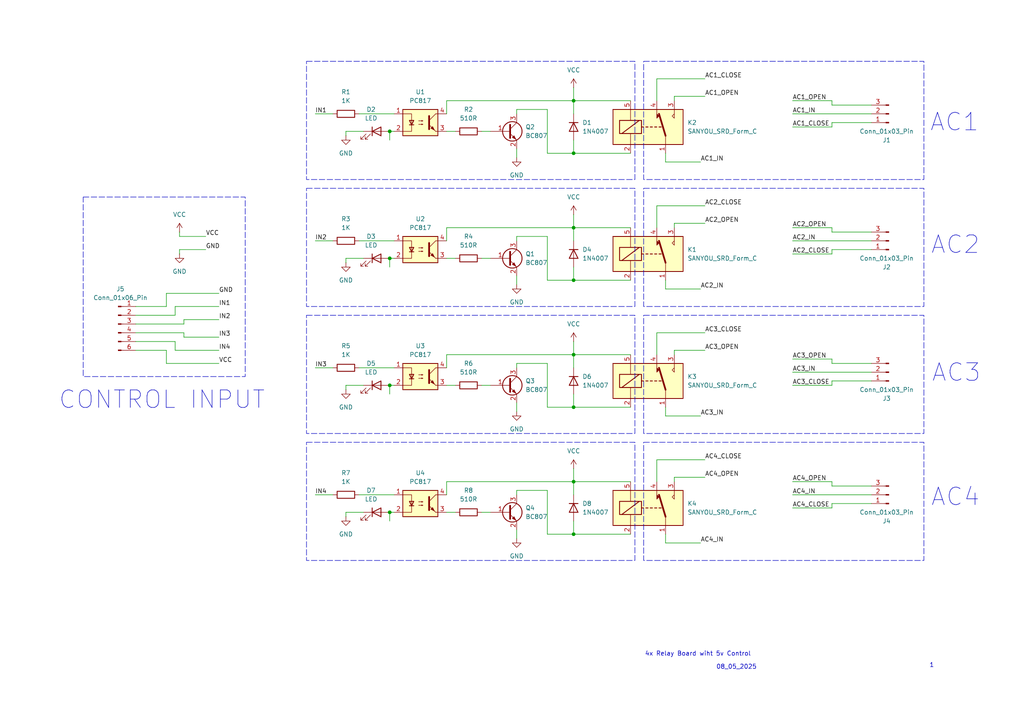
<source format=kicad_sch>
(kicad_sch
	(version 20231120)
	(generator "eeschema")
	(generator_version "8.0")
	(uuid "d845d5f2-6d7c-405c-b566-7ff2adc49240")
	(paper "A4")
	(lib_symbols
		(symbol "Connector:Conn_01x03_Pin"
			(pin_names
				(offset 1.016) hide)
			(exclude_from_sim no)
			(in_bom yes)
			(on_board yes)
			(property "Reference" "J"
				(at 0 5.08 0)
				(effects
					(font
						(size 1.27 1.27)
					)
				)
			)
			(property "Value" "Conn_01x03_Pin"
				(at 0 -5.08 0)
				(effects
					(font
						(size 1.27 1.27)
					)
				)
			)
			(property "Footprint" ""
				(at 0 0 0)
				(effects
					(font
						(size 1.27 1.27)
					)
					(hide yes)
				)
			)
			(property "Datasheet" "~"
				(at 0 0 0)
				(effects
					(font
						(size 1.27 1.27)
					)
					(hide yes)
				)
			)
			(property "Description" "Generic connector, single row, 01x03, script generated"
				(at 0 0 0)
				(effects
					(font
						(size 1.27 1.27)
					)
					(hide yes)
				)
			)
			(property "ki_locked" ""
				(at 0 0 0)
				(effects
					(font
						(size 1.27 1.27)
					)
				)
			)
			(property "ki_keywords" "connector"
				(at 0 0 0)
				(effects
					(font
						(size 1.27 1.27)
					)
					(hide yes)
				)
			)
			(property "ki_fp_filters" "Connector*:*_1x??_*"
				(at 0 0 0)
				(effects
					(font
						(size 1.27 1.27)
					)
					(hide yes)
				)
			)
			(symbol "Conn_01x03_Pin_1_1"
				(polyline
					(pts
						(xy 1.27 -2.54) (xy 0.8636 -2.54)
					)
					(stroke
						(width 0.1524)
						(type default)
					)
					(fill
						(type none)
					)
				)
				(polyline
					(pts
						(xy 1.27 0) (xy 0.8636 0)
					)
					(stroke
						(width 0.1524)
						(type default)
					)
					(fill
						(type none)
					)
				)
				(polyline
					(pts
						(xy 1.27 2.54) (xy 0.8636 2.54)
					)
					(stroke
						(width 0.1524)
						(type default)
					)
					(fill
						(type none)
					)
				)
				(rectangle
					(start 0.8636 -2.413)
					(end 0 -2.667)
					(stroke
						(width 0.1524)
						(type default)
					)
					(fill
						(type outline)
					)
				)
				(rectangle
					(start 0.8636 0.127)
					(end 0 -0.127)
					(stroke
						(width 0.1524)
						(type default)
					)
					(fill
						(type outline)
					)
				)
				(rectangle
					(start 0.8636 2.667)
					(end 0 2.413)
					(stroke
						(width 0.1524)
						(type default)
					)
					(fill
						(type outline)
					)
				)
				(pin passive line
					(at 5.08 2.54 180)
					(length 3.81)
					(name "Pin_1"
						(effects
							(font
								(size 1.27 1.27)
							)
						)
					)
					(number "1"
						(effects
							(font
								(size 1.27 1.27)
							)
						)
					)
				)
				(pin passive line
					(at 5.08 0 180)
					(length 3.81)
					(name "Pin_2"
						(effects
							(font
								(size 1.27 1.27)
							)
						)
					)
					(number "2"
						(effects
							(font
								(size 1.27 1.27)
							)
						)
					)
				)
				(pin passive line
					(at 5.08 -2.54 180)
					(length 3.81)
					(name "Pin_3"
						(effects
							(font
								(size 1.27 1.27)
							)
						)
					)
					(number "3"
						(effects
							(font
								(size 1.27 1.27)
							)
						)
					)
				)
			)
		)
		(symbol "Connector:Conn_01x06_Pin"
			(pin_names
				(offset 1.016) hide)
			(exclude_from_sim no)
			(in_bom yes)
			(on_board yes)
			(property "Reference" "J"
				(at 0 7.62 0)
				(effects
					(font
						(size 1.27 1.27)
					)
				)
			)
			(property "Value" "Conn_01x06_Pin"
				(at 0 -10.16 0)
				(effects
					(font
						(size 1.27 1.27)
					)
				)
			)
			(property "Footprint" ""
				(at 0 0 0)
				(effects
					(font
						(size 1.27 1.27)
					)
					(hide yes)
				)
			)
			(property "Datasheet" "~"
				(at 0 0 0)
				(effects
					(font
						(size 1.27 1.27)
					)
					(hide yes)
				)
			)
			(property "Description" "Generic connector, single row, 01x06, script generated"
				(at 0 0 0)
				(effects
					(font
						(size 1.27 1.27)
					)
					(hide yes)
				)
			)
			(property "ki_locked" ""
				(at 0 0 0)
				(effects
					(font
						(size 1.27 1.27)
					)
				)
			)
			(property "ki_keywords" "connector"
				(at 0 0 0)
				(effects
					(font
						(size 1.27 1.27)
					)
					(hide yes)
				)
			)
			(property "ki_fp_filters" "Connector*:*_1x??_*"
				(at 0 0 0)
				(effects
					(font
						(size 1.27 1.27)
					)
					(hide yes)
				)
			)
			(symbol "Conn_01x06_Pin_1_1"
				(polyline
					(pts
						(xy 1.27 -7.62) (xy 0.8636 -7.62)
					)
					(stroke
						(width 0.1524)
						(type default)
					)
					(fill
						(type none)
					)
				)
				(polyline
					(pts
						(xy 1.27 -5.08) (xy 0.8636 -5.08)
					)
					(stroke
						(width 0.1524)
						(type default)
					)
					(fill
						(type none)
					)
				)
				(polyline
					(pts
						(xy 1.27 -2.54) (xy 0.8636 -2.54)
					)
					(stroke
						(width 0.1524)
						(type default)
					)
					(fill
						(type none)
					)
				)
				(polyline
					(pts
						(xy 1.27 0) (xy 0.8636 0)
					)
					(stroke
						(width 0.1524)
						(type default)
					)
					(fill
						(type none)
					)
				)
				(polyline
					(pts
						(xy 1.27 2.54) (xy 0.8636 2.54)
					)
					(stroke
						(width 0.1524)
						(type default)
					)
					(fill
						(type none)
					)
				)
				(polyline
					(pts
						(xy 1.27 5.08) (xy 0.8636 5.08)
					)
					(stroke
						(width 0.1524)
						(type default)
					)
					(fill
						(type none)
					)
				)
				(rectangle
					(start 0.8636 -7.493)
					(end 0 -7.747)
					(stroke
						(width 0.1524)
						(type default)
					)
					(fill
						(type outline)
					)
				)
				(rectangle
					(start 0.8636 -4.953)
					(end 0 -5.207)
					(stroke
						(width 0.1524)
						(type default)
					)
					(fill
						(type outline)
					)
				)
				(rectangle
					(start 0.8636 -2.413)
					(end 0 -2.667)
					(stroke
						(width 0.1524)
						(type default)
					)
					(fill
						(type outline)
					)
				)
				(rectangle
					(start 0.8636 0.127)
					(end 0 -0.127)
					(stroke
						(width 0.1524)
						(type default)
					)
					(fill
						(type outline)
					)
				)
				(rectangle
					(start 0.8636 2.667)
					(end 0 2.413)
					(stroke
						(width 0.1524)
						(type default)
					)
					(fill
						(type outline)
					)
				)
				(rectangle
					(start 0.8636 5.207)
					(end 0 4.953)
					(stroke
						(width 0.1524)
						(type default)
					)
					(fill
						(type outline)
					)
				)
				(pin passive line
					(at 5.08 5.08 180)
					(length 3.81)
					(name "Pin_1"
						(effects
							(font
								(size 1.27 1.27)
							)
						)
					)
					(number "1"
						(effects
							(font
								(size 1.27 1.27)
							)
						)
					)
				)
				(pin passive line
					(at 5.08 2.54 180)
					(length 3.81)
					(name "Pin_2"
						(effects
							(font
								(size 1.27 1.27)
							)
						)
					)
					(number "2"
						(effects
							(font
								(size 1.27 1.27)
							)
						)
					)
				)
				(pin passive line
					(at 5.08 0 180)
					(length 3.81)
					(name "Pin_3"
						(effects
							(font
								(size 1.27 1.27)
							)
						)
					)
					(number "3"
						(effects
							(font
								(size 1.27 1.27)
							)
						)
					)
				)
				(pin passive line
					(at 5.08 -2.54 180)
					(length 3.81)
					(name "Pin_4"
						(effects
							(font
								(size 1.27 1.27)
							)
						)
					)
					(number "4"
						(effects
							(font
								(size 1.27 1.27)
							)
						)
					)
				)
				(pin passive line
					(at 5.08 -5.08 180)
					(length 3.81)
					(name "Pin_5"
						(effects
							(font
								(size 1.27 1.27)
							)
						)
					)
					(number "5"
						(effects
							(font
								(size 1.27 1.27)
							)
						)
					)
				)
				(pin passive line
					(at 5.08 -7.62 180)
					(length 3.81)
					(name "Pin_6"
						(effects
							(font
								(size 1.27 1.27)
							)
						)
					)
					(number "6"
						(effects
							(font
								(size 1.27 1.27)
							)
						)
					)
				)
			)
		)
		(symbol "Device:LED"
			(pin_numbers hide)
			(pin_names
				(offset 1.016) hide)
			(exclude_from_sim no)
			(in_bom yes)
			(on_board yes)
			(property "Reference" "D"
				(at 0 2.54 0)
				(effects
					(font
						(size 1.27 1.27)
					)
				)
			)
			(property "Value" "LED"
				(at 0 -2.54 0)
				(effects
					(font
						(size 1.27 1.27)
					)
				)
			)
			(property "Footprint" ""
				(at 0 0 0)
				(effects
					(font
						(size 1.27 1.27)
					)
					(hide yes)
				)
			)
			(property "Datasheet" "~"
				(at 0 0 0)
				(effects
					(font
						(size 1.27 1.27)
					)
					(hide yes)
				)
			)
			(property "Description" "Light emitting diode"
				(at 0 0 0)
				(effects
					(font
						(size 1.27 1.27)
					)
					(hide yes)
				)
			)
			(property "ki_keywords" "LED diode"
				(at 0 0 0)
				(effects
					(font
						(size 1.27 1.27)
					)
					(hide yes)
				)
			)
			(property "ki_fp_filters" "LED* LED_SMD:* LED_THT:*"
				(at 0 0 0)
				(effects
					(font
						(size 1.27 1.27)
					)
					(hide yes)
				)
			)
			(symbol "LED_0_1"
				(polyline
					(pts
						(xy -1.27 -1.27) (xy -1.27 1.27)
					)
					(stroke
						(width 0.254)
						(type default)
					)
					(fill
						(type none)
					)
				)
				(polyline
					(pts
						(xy -1.27 0) (xy 1.27 0)
					)
					(stroke
						(width 0)
						(type default)
					)
					(fill
						(type none)
					)
				)
				(polyline
					(pts
						(xy 1.27 -1.27) (xy 1.27 1.27) (xy -1.27 0) (xy 1.27 -1.27)
					)
					(stroke
						(width 0.254)
						(type default)
					)
					(fill
						(type none)
					)
				)
				(polyline
					(pts
						(xy -3.048 -0.762) (xy -4.572 -2.286) (xy -3.81 -2.286) (xy -4.572 -2.286) (xy -4.572 -1.524)
					)
					(stroke
						(width 0)
						(type default)
					)
					(fill
						(type none)
					)
				)
				(polyline
					(pts
						(xy -1.778 -0.762) (xy -3.302 -2.286) (xy -2.54 -2.286) (xy -3.302 -2.286) (xy -3.302 -1.524)
					)
					(stroke
						(width 0)
						(type default)
					)
					(fill
						(type none)
					)
				)
			)
			(symbol "LED_1_1"
				(pin passive line
					(at -3.81 0 0)
					(length 2.54)
					(name "K"
						(effects
							(font
								(size 1.27 1.27)
							)
						)
					)
					(number "1"
						(effects
							(font
								(size 1.27 1.27)
							)
						)
					)
				)
				(pin passive line
					(at 3.81 0 180)
					(length 2.54)
					(name "A"
						(effects
							(font
								(size 1.27 1.27)
							)
						)
					)
					(number "2"
						(effects
							(font
								(size 1.27 1.27)
							)
						)
					)
				)
			)
		)
		(symbol "Device:R"
			(pin_numbers hide)
			(pin_names
				(offset 0)
			)
			(exclude_from_sim no)
			(in_bom yes)
			(on_board yes)
			(property "Reference" "R"
				(at 2.032 0 90)
				(effects
					(font
						(size 1.27 1.27)
					)
				)
			)
			(property "Value" "R"
				(at 0 0 90)
				(effects
					(font
						(size 1.27 1.27)
					)
				)
			)
			(property "Footprint" ""
				(at -1.778 0 90)
				(effects
					(font
						(size 1.27 1.27)
					)
					(hide yes)
				)
			)
			(property "Datasheet" "~"
				(at 0 0 0)
				(effects
					(font
						(size 1.27 1.27)
					)
					(hide yes)
				)
			)
			(property "Description" "Resistor"
				(at 0 0 0)
				(effects
					(font
						(size 1.27 1.27)
					)
					(hide yes)
				)
			)
			(property "ki_keywords" "R res resistor"
				(at 0 0 0)
				(effects
					(font
						(size 1.27 1.27)
					)
					(hide yes)
				)
			)
			(property "ki_fp_filters" "R_*"
				(at 0 0 0)
				(effects
					(font
						(size 1.27 1.27)
					)
					(hide yes)
				)
			)
			(symbol "R_0_1"
				(rectangle
					(start -1.016 -2.54)
					(end 1.016 2.54)
					(stroke
						(width 0.254)
						(type default)
					)
					(fill
						(type none)
					)
				)
			)
			(symbol "R_1_1"
				(pin passive line
					(at 0 3.81 270)
					(length 1.27)
					(name "~"
						(effects
							(font
								(size 1.27 1.27)
							)
						)
					)
					(number "1"
						(effects
							(font
								(size 1.27 1.27)
							)
						)
					)
				)
				(pin passive line
					(at 0 -3.81 90)
					(length 1.27)
					(name "~"
						(effects
							(font
								(size 1.27 1.27)
							)
						)
					)
					(number "2"
						(effects
							(font
								(size 1.27 1.27)
							)
						)
					)
				)
			)
		)
		(symbol "Diode:1N4007"
			(pin_numbers hide)
			(pin_names hide)
			(exclude_from_sim no)
			(in_bom yes)
			(on_board yes)
			(property "Reference" "D"
				(at 0 2.54 0)
				(effects
					(font
						(size 1.27 1.27)
					)
				)
			)
			(property "Value" "1N4007"
				(at 0 -2.54 0)
				(effects
					(font
						(size 1.27 1.27)
					)
				)
			)
			(property "Footprint" "Diode_THT:D_DO-41_SOD81_P10.16mm_Horizontal"
				(at 0 -4.445 0)
				(effects
					(font
						(size 1.27 1.27)
					)
					(hide yes)
				)
			)
			(property "Datasheet" "http://www.vishay.com/docs/88503/1n4001.pdf"
				(at 0 0 0)
				(effects
					(font
						(size 1.27 1.27)
					)
					(hide yes)
				)
			)
			(property "Description" "1000V 1A General Purpose Rectifier Diode, DO-41"
				(at 0 0 0)
				(effects
					(font
						(size 1.27 1.27)
					)
					(hide yes)
				)
			)
			(property "Sim.Device" "D"
				(at 0 0 0)
				(effects
					(font
						(size 1.27 1.27)
					)
					(hide yes)
				)
			)
			(property "Sim.Pins" "1=K 2=A"
				(at 0 0 0)
				(effects
					(font
						(size 1.27 1.27)
					)
					(hide yes)
				)
			)
			(property "ki_keywords" "diode"
				(at 0 0 0)
				(effects
					(font
						(size 1.27 1.27)
					)
					(hide yes)
				)
			)
			(property "ki_fp_filters" "D*DO?41*"
				(at 0 0 0)
				(effects
					(font
						(size 1.27 1.27)
					)
					(hide yes)
				)
			)
			(symbol "1N4007_0_1"
				(polyline
					(pts
						(xy -1.27 1.27) (xy -1.27 -1.27)
					)
					(stroke
						(width 0.254)
						(type default)
					)
					(fill
						(type none)
					)
				)
				(polyline
					(pts
						(xy 1.27 0) (xy -1.27 0)
					)
					(stroke
						(width 0)
						(type default)
					)
					(fill
						(type none)
					)
				)
				(polyline
					(pts
						(xy 1.27 1.27) (xy 1.27 -1.27) (xy -1.27 0) (xy 1.27 1.27)
					)
					(stroke
						(width 0.254)
						(type default)
					)
					(fill
						(type none)
					)
				)
			)
			(symbol "1N4007_1_1"
				(pin passive line
					(at -3.81 0 0)
					(length 2.54)
					(name "K"
						(effects
							(font
								(size 1.27 1.27)
							)
						)
					)
					(number "1"
						(effects
							(font
								(size 1.27 1.27)
							)
						)
					)
				)
				(pin passive line
					(at 3.81 0 180)
					(length 2.54)
					(name "A"
						(effects
							(font
								(size 1.27 1.27)
							)
						)
					)
					(number "2"
						(effects
							(font
								(size 1.27 1.27)
							)
						)
					)
				)
			)
		)
		(symbol "Isolator:PC817"
			(pin_names
				(offset 1.016)
			)
			(exclude_from_sim no)
			(in_bom yes)
			(on_board yes)
			(property "Reference" "U"
				(at -5.08 5.08 0)
				(effects
					(font
						(size 1.27 1.27)
					)
					(justify left)
				)
			)
			(property "Value" "PC817"
				(at 0 5.08 0)
				(effects
					(font
						(size 1.27 1.27)
					)
					(justify left)
				)
			)
			(property "Footprint" "Package_DIP:DIP-4_W7.62mm"
				(at -5.08 -5.08 0)
				(effects
					(font
						(size 1.27 1.27)
						(italic yes)
					)
					(justify left)
					(hide yes)
				)
			)
			(property "Datasheet" "http://www.soselectronic.cz/a_info/resource/d/pc817.pdf"
				(at 0 0 0)
				(effects
					(font
						(size 1.27 1.27)
					)
					(justify left)
					(hide yes)
				)
			)
			(property "Description" "DC Optocoupler, Vce 35V, CTR 50-300%, DIP-4"
				(at 0 0 0)
				(effects
					(font
						(size 1.27 1.27)
					)
					(hide yes)
				)
			)
			(property "ki_keywords" "NPN DC Optocoupler"
				(at 0 0 0)
				(effects
					(font
						(size 1.27 1.27)
					)
					(hide yes)
				)
			)
			(property "ki_fp_filters" "DIP*W7.62mm*"
				(at 0 0 0)
				(effects
					(font
						(size 1.27 1.27)
					)
					(hide yes)
				)
			)
			(symbol "PC817_0_1"
				(rectangle
					(start -5.08 3.81)
					(end 5.08 -3.81)
					(stroke
						(width 0.254)
						(type default)
					)
					(fill
						(type background)
					)
				)
				(polyline
					(pts
						(xy -3.175 -0.635) (xy -1.905 -0.635)
					)
					(stroke
						(width 0.254)
						(type default)
					)
					(fill
						(type none)
					)
				)
				(polyline
					(pts
						(xy 2.54 0.635) (xy 4.445 2.54)
					)
					(stroke
						(width 0)
						(type default)
					)
					(fill
						(type none)
					)
				)
				(polyline
					(pts
						(xy 4.445 -2.54) (xy 2.54 -0.635)
					)
					(stroke
						(width 0)
						(type default)
					)
					(fill
						(type outline)
					)
				)
				(polyline
					(pts
						(xy 4.445 -2.54) (xy 5.08 -2.54)
					)
					(stroke
						(width 0)
						(type default)
					)
					(fill
						(type none)
					)
				)
				(polyline
					(pts
						(xy 4.445 2.54) (xy 5.08 2.54)
					)
					(stroke
						(width 0)
						(type default)
					)
					(fill
						(type none)
					)
				)
				(polyline
					(pts
						(xy -5.08 2.54) (xy -2.54 2.54) (xy -2.54 -0.635)
					)
					(stroke
						(width 0)
						(type default)
					)
					(fill
						(type none)
					)
				)
				(polyline
					(pts
						(xy -2.54 -0.635) (xy -2.54 -2.54) (xy -5.08 -2.54)
					)
					(stroke
						(width 0)
						(type default)
					)
					(fill
						(type none)
					)
				)
				(polyline
					(pts
						(xy 2.54 1.905) (xy 2.54 -1.905) (xy 2.54 -1.905)
					)
					(stroke
						(width 0.508)
						(type default)
					)
					(fill
						(type none)
					)
				)
				(polyline
					(pts
						(xy -2.54 -0.635) (xy -3.175 0.635) (xy -1.905 0.635) (xy -2.54 -0.635)
					)
					(stroke
						(width 0.254)
						(type default)
					)
					(fill
						(type none)
					)
				)
				(polyline
					(pts
						(xy -0.508 -0.508) (xy 0.762 -0.508) (xy 0.381 -0.635) (xy 0.381 -0.381) (xy 0.762 -0.508)
					)
					(stroke
						(width 0)
						(type default)
					)
					(fill
						(type none)
					)
				)
				(polyline
					(pts
						(xy -0.508 0.508) (xy 0.762 0.508) (xy 0.381 0.381) (xy 0.381 0.635) (xy 0.762 0.508)
					)
					(stroke
						(width 0)
						(type default)
					)
					(fill
						(type none)
					)
				)
				(polyline
					(pts
						(xy 3.048 -1.651) (xy 3.556 -1.143) (xy 4.064 -2.159) (xy 3.048 -1.651) (xy 3.048 -1.651)
					)
					(stroke
						(width 0)
						(type default)
					)
					(fill
						(type outline)
					)
				)
			)
			(symbol "PC817_1_1"
				(pin passive line
					(at -7.62 2.54 0)
					(length 2.54)
					(name "~"
						(effects
							(font
								(size 1.27 1.27)
							)
						)
					)
					(number "1"
						(effects
							(font
								(size 1.27 1.27)
							)
						)
					)
				)
				(pin passive line
					(at -7.62 -2.54 0)
					(length 2.54)
					(name "~"
						(effects
							(font
								(size 1.27 1.27)
							)
						)
					)
					(number "2"
						(effects
							(font
								(size 1.27 1.27)
							)
						)
					)
				)
				(pin passive line
					(at 7.62 -2.54 180)
					(length 2.54)
					(name "~"
						(effects
							(font
								(size 1.27 1.27)
							)
						)
					)
					(number "3"
						(effects
							(font
								(size 1.27 1.27)
							)
						)
					)
				)
				(pin passive line
					(at 7.62 2.54 180)
					(length 2.54)
					(name "~"
						(effects
							(font
								(size 1.27 1.27)
							)
						)
					)
					(number "4"
						(effects
							(font
								(size 1.27 1.27)
							)
						)
					)
				)
			)
		)
		(symbol "Relay:SANYOU_SRD_Form_C"
			(exclude_from_sim no)
			(in_bom yes)
			(on_board yes)
			(property "Reference" "K"
				(at 11.43 3.81 0)
				(effects
					(font
						(size 1.27 1.27)
					)
					(justify left)
				)
			)
			(property "Value" "SANYOU_SRD_Form_C"
				(at 11.43 1.27 0)
				(effects
					(font
						(size 1.27 1.27)
					)
					(justify left)
				)
			)
			(property "Footprint" "Relay_THT:Relay_SPDT_SANYOU_SRD_Series_Form_C"
				(at 11.43 -1.27 0)
				(effects
					(font
						(size 1.27 1.27)
					)
					(justify left)
					(hide yes)
				)
			)
			(property "Datasheet" "http://www.sanyourelay.ca/public/products/pdf/SRD.pdf"
				(at 0 0 0)
				(effects
					(font
						(size 1.27 1.27)
					)
					(hide yes)
				)
			)
			(property "Description" "Sanyo SRD relay, Single Pole Miniature Power Relay,"
				(at 0 0 0)
				(effects
					(font
						(size 1.27 1.27)
					)
					(hide yes)
				)
			)
			(property "ki_keywords" "Single Pole Relay SPDT"
				(at 0 0 0)
				(effects
					(font
						(size 1.27 1.27)
					)
					(hide yes)
				)
			)
			(property "ki_fp_filters" "Relay*SPDT*SANYOU*SRD*Series*Form*C*"
				(at 0 0 0)
				(effects
					(font
						(size 1.27 1.27)
					)
					(hide yes)
				)
			)
			(symbol "SANYOU_SRD_Form_C_0_0"
				(polyline
					(pts
						(xy 7.62 5.08) (xy 7.62 2.54) (xy 6.985 3.175) (xy 7.62 3.81)
					)
					(stroke
						(width 0)
						(type default)
					)
					(fill
						(type none)
					)
				)
			)
			(symbol "SANYOU_SRD_Form_C_0_1"
				(rectangle
					(start -10.16 5.08)
					(end 10.16 -5.08)
					(stroke
						(width 0.254)
						(type default)
					)
					(fill
						(type background)
					)
				)
				(rectangle
					(start -8.255 1.905)
					(end -1.905 -1.905)
					(stroke
						(width 0.254)
						(type default)
					)
					(fill
						(type none)
					)
				)
				(polyline
					(pts
						(xy -7.62 -1.905) (xy -2.54 1.905)
					)
					(stroke
						(width 0.254)
						(type default)
					)
					(fill
						(type none)
					)
				)
				(polyline
					(pts
						(xy -5.08 -5.08) (xy -5.08 -1.905)
					)
					(stroke
						(width 0)
						(type default)
					)
					(fill
						(type none)
					)
				)
				(polyline
					(pts
						(xy -5.08 5.08) (xy -5.08 1.905)
					)
					(stroke
						(width 0)
						(type default)
					)
					(fill
						(type none)
					)
				)
				(polyline
					(pts
						(xy -1.905 0) (xy -1.27 0)
					)
					(stroke
						(width 0.254)
						(type default)
					)
					(fill
						(type none)
					)
				)
				(polyline
					(pts
						(xy -0.635 0) (xy 0 0)
					)
					(stroke
						(width 0.254)
						(type default)
					)
					(fill
						(type none)
					)
				)
				(polyline
					(pts
						(xy 0.635 0) (xy 1.27 0)
					)
					(stroke
						(width 0.254)
						(type default)
					)
					(fill
						(type none)
					)
				)
				(polyline
					(pts
						(xy 1.905 0) (xy 2.54 0)
					)
					(stroke
						(width 0.254)
						(type default)
					)
					(fill
						(type none)
					)
				)
				(polyline
					(pts
						(xy 3.175 0) (xy 3.81 0)
					)
					(stroke
						(width 0.254)
						(type default)
					)
					(fill
						(type none)
					)
				)
				(polyline
					(pts
						(xy 5.08 -2.54) (xy 3.175 3.81)
					)
					(stroke
						(width 0.508)
						(type default)
					)
					(fill
						(type none)
					)
				)
				(polyline
					(pts
						(xy 5.08 -2.54) (xy 5.08 -5.08)
					)
					(stroke
						(width 0)
						(type default)
					)
					(fill
						(type none)
					)
				)
			)
			(symbol "SANYOU_SRD_Form_C_1_1"
				(polyline
					(pts
						(xy 2.54 3.81) (xy 3.175 3.175) (xy 2.54 2.54) (xy 2.54 5.08)
					)
					(stroke
						(width 0)
						(type default)
					)
					(fill
						(type outline)
					)
				)
				(pin passive line
					(at 5.08 -7.62 90)
					(length 2.54)
					(name "~"
						(effects
							(font
								(size 1.27 1.27)
							)
						)
					)
					(number "1"
						(effects
							(font
								(size 1.27 1.27)
							)
						)
					)
				)
				(pin passive line
					(at -5.08 -7.62 90)
					(length 2.54)
					(name "~"
						(effects
							(font
								(size 1.27 1.27)
							)
						)
					)
					(number "2"
						(effects
							(font
								(size 1.27 1.27)
							)
						)
					)
				)
				(pin passive line
					(at 7.62 7.62 270)
					(length 2.54)
					(name "~"
						(effects
							(font
								(size 1.27 1.27)
							)
						)
					)
					(number "3"
						(effects
							(font
								(size 1.27 1.27)
							)
						)
					)
				)
				(pin passive line
					(at 2.54 7.62 270)
					(length 2.54)
					(name "~"
						(effects
							(font
								(size 1.27 1.27)
							)
						)
					)
					(number "4"
						(effects
							(font
								(size 1.27 1.27)
							)
						)
					)
				)
				(pin passive line
					(at -5.08 7.62 270)
					(length 2.54)
					(name "~"
						(effects
							(font
								(size 1.27 1.27)
							)
						)
					)
					(number "5"
						(effects
							(font
								(size 1.27 1.27)
							)
						)
					)
				)
			)
		)
		(symbol "Transistor_BJT:BC817"
			(pin_names
				(offset 0) hide)
			(exclude_from_sim no)
			(in_bom yes)
			(on_board yes)
			(property "Reference" "Q"
				(at 5.08 1.905 0)
				(effects
					(font
						(size 1.27 1.27)
					)
					(justify left)
				)
			)
			(property "Value" "BC817"
				(at 5.08 0 0)
				(effects
					(font
						(size 1.27 1.27)
					)
					(justify left)
				)
			)
			(property "Footprint" "Package_TO_SOT_SMD:SOT-23"
				(at 5.08 -1.905 0)
				(effects
					(font
						(size 1.27 1.27)
						(italic yes)
					)
					(justify left)
					(hide yes)
				)
			)
			(property "Datasheet" "https://www.onsemi.com/pub/Collateral/BC818-D.pdf"
				(at 0 0 0)
				(effects
					(font
						(size 1.27 1.27)
					)
					(justify left)
					(hide yes)
				)
			)
			(property "Description" "0.8A Ic, 45V Vce, NPN Transistor, SOT-23"
				(at 0 0 0)
				(effects
					(font
						(size 1.27 1.27)
					)
					(hide yes)
				)
			)
			(property "ki_keywords" "NPN Transistor"
				(at 0 0 0)
				(effects
					(font
						(size 1.27 1.27)
					)
					(hide yes)
				)
			)
			(property "ki_fp_filters" "SOT?23*"
				(at 0 0 0)
				(effects
					(font
						(size 1.27 1.27)
					)
					(hide yes)
				)
			)
			(symbol "BC817_0_1"
				(polyline
					(pts
						(xy 0.635 0.635) (xy 2.54 2.54)
					)
					(stroke
						(width 0)
						(type default)
					)
					(fill
						(type none)
					)
				)
				(polyline
					(pts
						(xy 0.635 -0.635) (xy 2.54 -2.54) (xy 2.54 -2.54)
					)
					(stroke
						(width 0)
						(type default)
					)
					(fill
						(type none)
					)
				)
				(polyline
					(pts
						(xy 0.635 1.905) (xy 0.635 -1.905) (xy 0.635 -1.905)
					)
					(stroke
						(width 0.508)
						(type default)
					)
					(fill
						(type none)
					)
				)
				(polyline
					(pts
						(xy 1.27 -1.778) (xy 1.778 -1.27) (xy 2.286 -2.286) (xy 1.27 -1.778) (xy 1.27 -1.778)
					)
					(stroke
						(width 0)
						(type default)
					)
					(fill
						(type outline)
					)
				)
				(circle
					(center 1.27 0)
					(radius 2.8194)
					(stroke
						(width 0.254)
						(type default)
					)
					(fill
						(type none)
					)
				)
			)
			(symbol "BC817_1_1"
				(pin input line
					(at -5.08 0 0)
					(length 5.715)
					(name "B"
						(effects
							(font
								(size 1.27 1.27)
							)
						)
					)
					(number "1"
						(effects
							(font
								(size 1.27 1.27)
							)
						)
					)
				)
				(pin passive line
					(at 2.54 -5.08 90)
					(length 2.54)
					(name "E"
						(effects
							(font
								(size 1.27 1.27)
							)
						)
					)
					(number "2"
						(effects
							(font
								(size 1.27 1.27)
							)
						)
					)
				)
				(pin passive line
					(at 2.54 5.08 270)
					(length 2.54)
					(name "C"
						(effects
							(font
								(size 1.27 1.27)
							)
						)
					)
					(number "3"
						(effects
							(font
								(size 1.27 1.27)
							)
						)
					)
				)
			)
		)
		(symbol "power:GND"
			(power)
			(pin_numbers hide)
			(pin_names
				(offset 0) hide)
			(exclude_from_sim no)
			(in_bom yes)
			(on_board yes)
			(property "Reference" "#PWR"
				(at 0 -6.35 0)
				(effects
					(font
						(size 1.27 1.27)
					)
					(hide yes)
				)
			)
			(property "Value" "GND"
				(at 0 -3.81 0)
				(effects
					(font
						(size 1.27 1.27)
					)
				)
			)
			(property "Footprint" ""
				(at 0 0 0)
				(effects
					(font
						(size 1.27 1.27)
					)
					(hide yes)
				)
			)
			(property "Datasheet" ""
				(at 0 0 0)
				(effects
					(font
						(size 1.27 1.27)
					)
					(hide yes)
				)
			)
			(property "Description" "Power symbol creates a global label with name \"GND\" , ground"
				(at 0 0 0)
				(effects
					(font
						(size 1.27 1.27)
					)
					(hide yes)
				)
			)
			(property "ki_keywords" "global power"
				(at 0 0 0)
				(effects
					(font
						(size 1.27 1.27)
					)
					(hide yes)
				)
			)
			(symbol "GND_0_1"
				(polyline
					(pts
						(xy 0 0) (xy 0 -1.27) (xy 1.27 -1.27) (xy 0 -2.54) (xy -1.27 -1.27) (xy 0 -1.27)
					)
					(stroke
						(width 0)
						(type default)
					)
					(fill
						(type none)
					)
				)
			)
			(symbol "GND_1_1"
				(pin power_in line
					(at 0 0 270)
					(length 0)
					(name "~"
						(effects
							(font
								(size 1.27 1.27)
							)
						)
					)
					(number "1"
						(effects
							(font
								(size 1.27 1.27)
							)
						)
					)
				)
			)
		)
		(symbol "power:VCC"
			(power)
			(pin_numbers hide)
			(pin_names
				(offset 0) hide)
			(exclude_from_sim no)
			(in_bom yes)
			(on_board yes)
			(property "Reference" "#PWR"
				(at 0 -3.81 0)
				(effects
					(font
						(size 1.27 1.27)
					)
					(hide yes)
				)
			)
			(property "Value" "VCC"
				(at 0 3.556 0)
				(effects
					(font
						(size 1.27 1.27)
					)
				)
			)
			(property "Footprint" ""
				(at 0 0 0)
				(effects
					(font
						(size 1.27 1.27)
					)
					(hide yes)
				)
			)
			(property "Datasheet" ""
				(at 0 0 0)
				(effects
					(font
						(size 1.27 1.27)
					)
					(hide yes)
				)
			)
			(property "Description" "Power symbol creates a global label with name \"VCC\""
				(at 0 0 0)
				(effects
					(font
						(size 1.27 1.27)
					)
					(hide yes)
				)
			)
			(property "ki_keywords" "global power"
				(at 0 0 0)
				(effects
					(font
						(size 1.27 1.27)
					)
					(hide yes)
				)
			)
			(symbol "VCC_0_1"
				(polyline
					(pts
						(xy -0.762 1.27) (xy 0 2.54)
					)
					(stroke
						(width 0)
						(type default)
					)
					(fill
						(type none)
					)
				)
				(polyline
					(pts
						(xy 0 0) (xy 0 2.54)
					)
					(stroke
						(width 0)
						(type default)
					)
					(fill
						(type none)
					)
				)
				(polyline
					(pts
						(xy 0 2.54) (xy 0.762 1.27)
					)
					(stroke
						(width 0)
						(type default)
					)
					(fill
						(type none)
					)
				)
			)
			(symbol "VCC_1_1"
				(pin power_in line
					(at 0 0 90)
					(length 0)
					(name "~"
						(effects
							(font
								(size 1.27 1.27)
							)
						)
					)
					(number "1"
						(effects
							(font
								(size 1.27 1.27)
							)
						)
					)
				)
			)
		)
	)
	(junction
		(at 113.03 111.76)
		(diameter 0)
		(color 0 0 0 0)
		(uuid "12d4db9b-32ea-4652-aa5d-96266afd430b")
	)
	(junction
		(at 166.37 29.21)
		(diameter 0)
		(color 0 0 0 0)
		(uuid "199b6212-01ba-4e94-bd05-721cd732ae5e")
	)
	(junction
		(at 113.03 38.1)
		(diameter 0)
		(color 0 0 0 0)
		(uuid "1ac27d5e-a789-45c2-9f0b-46dc7f7c0244")
	)
	(junction
		(at 166.37 154.94)
		(diameter 0)
		(color 0 0 0 0)
		(uuid "2e7eabce-fc82-42a9-9dc3-aae16fd77dc6")
	)
	(junction
		(at 166.37 66.04)
		(diameter 0)
		(color 0 0 0 0)
		(uuid "56c559e2-c7b3-4012-82a0-04853aad23f6")
	)
	(junction
		(at 113.03 148.59)
		(diameter 0)
		(color 0 0 0 0)
		(uuid "70a36c3d-e12c-412b-b9a8-782c7f2cbb74")
	)
	(junction
		(at 166.37 44.45)
		(diameter 0)
		(color 0 0 0 0)
		(uuid "7bfee381-5417-455a-a572-d974cc6c1e1d")
	)
	(junction
		(at 166.37 102.87)
		(diameter 0)
		(color 0 0 0 0)
		(uuid "8643c2d9-8e59-49ca-9d8b-d45f0e22d379")
	)
	(junction
		(at 113.03 74.93)
		(diameter 0)
		(color 0 0 0 0)
		(uuid "b96a3606-55ec-4a37-994a-83fd8f93b98c")
	)
	(junction
		(at 166.37 81.28)
		(diameter 0)
		(color 0 0 0 0)
		(uuid "d30319db-dd2a-4b48-a856-5f81c76fad22")
	)
	(junction
		(at 166.37 118.11)
		(diameter 0)
		(color 0 0 0 0)
		(uuid "d54b2c1a-4822-4776-9594-970d6bdf404f")
	)
	(junction
		(at 166.37 139.7)
		(diameter 0)
		(color 0 0 0 0)
		(uuid "ee69bf90-a422-4287-90d8-844dc4f8d4a1")
	)
	(wire
		(pts
			(xy 182.88 81.28) (xy 166.37 81.28)
		)
		(stroke
			(width 0)
			(type default)
		)
		(uuid "00cecc15-6f46-4d8a-b914-cd7d74ddf7a1")
	)
	(wire
		(pts
			(xy 129.54 69.85) (xy 129.54 66.04)
		)
		(stroke
			(width 0)
			(type default)
		)
		(uuid "02fea4e1-33ae-4aae-b323-8d5512f21490")
	)
	(wire
		(pts
			(xy 91.44 33.02) (xy 96.52 33.02)
		)
		(stroke
			(width 0)
			(type default)
		)
		(uuid "0542cb57-4f06-45e2-bdd1-a8f0c3980342")
	)
	(wire
		(pts
			(xy 105.41 74.93) (xy 100.33 74.93)
		)
		(stroke
			(width 0)
			(type default)
		)
		(uuid "08aa8dfd-e3f6-4f4c-88ab-6913691f4775")
	)
	(wire
		(pts
			(xy 149.86 116.84) (xy 149.86 119.38)
		)
		(stroke
			(width 0)
			(type default)
		)
		(uuid "098d7953-a90e-4b10-92af-9dc61ac1d61e")
	)
	(wire
		(pts
			(xy 241.3 67.31) (xy 241.3 66.04)
		)
		(stroke
			(width 0)
			(type default)
		)
		(uuid "0d687179-46e4-4742-8346-981561aad33d")
	)
	(wire
		(pts
			(xy 158.75 118.11) (xy 166.37 118.11)
		)
		(stroke
			(width 0)
			(type default)
		)
		(uuid "0fbb45bd-e7df-4ece-845b-4b151dec71a1")
	)
	(wire
		(pts
			(xy 229.87 139.7) (xy 241.3 139.7)
		)
		(stroke
			(width 0)
			(type default)
		)
		(uuid "147b4646-75c9-4dc5-817d-879db5de3f14")
	)
	(wire
		(pts
			(xy 39.37 88.9) (xy 48.26 88.9)
		)
		(stroke
			(width 0)
			(type default)
		)
		(uuid "148b8396-feaf-4cff-95ff-e692423fe020")
	)
	(wire
		(pts
			(xy 252.73 105.41) (xy 241.3 105.41)
		)
		(stroke
			(width 0)
			(type default)
		)
		(uuid "161780dd-be95-4be9-9b88-48069e56515b")
	)
	(wire
		(pts
			(xy 158.75 154.94) (xy 158.75 142.24)
		)
		(stroke
			(width 0)
			(type default)
		)
		(uuid "1736230a-8dfb-4d57-9a5b-8fafcb87f4cc")
	)
	(wire
		(pts
			(xy 166.37 66.04) (xy 182.88 66.04)
		)
		(stroke
			(width 0)
			(type default)
		)
		(uuid "19425144-9592-4a42-a27d-1893cf66cba1")
	)
	(wire
		(pts
			(xy 229.87 73.66) (xy 241.3 73.66)
		)
		(stroke
			(width 0)
			(type default)
		)
		(uuid "197b3402-3f5c-4dc4-b63e-17e6097d2fc0")
	)
	(wire
		(pts
			(xy 241.3 140.97) (xy 241.3 139.7)
		)
		(stroke
			(width 0)
			(type default)
		)
		(uuid "1ace13ed-a087-4c3f-b6a7-7d2fb5fc9c27")
	)
	(wire
		(pts
			(xy 39.37 101.6) (xy 48.26 101.6)
		)
		(stroke
			(width 0)
			(type default)
		)
		(uuid "1b815227-ac3e-4c63-b8c1-77a87b416a8f")
	)
	(wire
		(pts
			(xy 53.34 97.79) (xy 63.5 97.79)
		)
		(stroke
			(width 0)
			(type default)
		)
		(uuid "1d6ad60f-d007-45c0-85e4-2f343c52aef7")
	)
	(wire
		(pts
			(xy 91.44 106.68) (xy 96.52 106.68)
		)
		(stroke
			(width 0)
			(type default)
		)
		(uuid "1d90268e-42de-4b52-840f-42402022fde1")
	)
	(wire
		(pts
			(xy 166.37 102.87) (xy 166.37 106.68)
		)
		(stroke
			(width 0)
			(type default)
		)
		(uuid "21104ed0-ec63-4967-b382-a4dc747e499c")
	)
	(wire
		(pts
			(xy 113.03 38.1) (xy 113.03 40.64)
		)
		(stroke
			(width 0)
			(type default)
		)
		(uuid "2123edc2-84d3-4143-abbd-f52961cca6cf")
	)
	(wire
		(pts
			(xy 193.04 154.94) (xy 193.04 157.48)
		)
		(stroke
			(width 0)
			(type default)
		)
		(uuid "22175d39-325d-4d69-b8a6-fe7e79e89273")
	)
	(wire
		(pts
			(xy 190.5 96.52) (xy 204.47 96.52)
		)
		(stroke
			(width 0)
			(type default)
		)
		(uuid "2332f525-cb30-4cba-8156-83d2672b68e1")
	)
	(wire
		(pts
			(xy 48.26 105.41) (xy 63.5 105.41)
		)
		(stroke
			(width 0)
			(type default)
		)
		(uuid "2422bb5e-0eee-44bb-b2f1-42d6c032a47c")
	)
	(wire
		(pts
			(xy 104.14 143.51) (xy 114.3 143.51)
		)
		(stroke
			(width 0)
			(type default)
		)
		(uuid "269549a9-c8c6-4424-a2b7-033ddecd4851")
	)
	(wire
		(pts
			(xy 149.86 142.24) (xy 149.86 143.51)
		)
		(stroke
			(width 0)
			(type default)
		)
		(uuid "2966abfa-1a7c-4dbc-9013-fb308e5ca044")
	)
	(wire
		(pts
			(xy 195.58 29.21) (xy 195.58 27.94)
		)
		(stroke
			(width 0)
			(type default)
		)
		(uuid "2aab744f-7994-429d-b0b1-1b555d70e8be")
	)
	(wire
		(pts
			(xy 229.87 29.21) (xy 241.3 29.21)
		)
		(stroke
			(width 0)
			(type default)
		)
		(uuid "2cb38398-c86f-4e55-a6e6-7fc680bd0eda")
	)
	(wire
		(pts
			(xy 193.04 44.45) (xy 193.04 46.99)
		)
		(stroke
			(width 0)
			(type default)
		)
		(uuid "2e9ba186-86d4-4c15-b9d3-b36eb0a77779")
	)
	(wire
		(pts
			(xy 114.3 74.93) (xy 113.03 74.93)
		)
		(stroke
			(width 0)
			(type default)
		)
		(uuid "2ea756d6-e7c0-4c51-87ef-b283781b14a0")
	)
	(wire
		(pts
			(xy 241.3 111.76) (xy 241.3 110.49)
		)
		(stroke
			(width 0)
			(type default)
		)
		(uuid "320dc70e-88f2-4ba7-b256-66df435b9493")
	)
	(wire
		(pts
			(xy 193.04 83.82) (xy 203.2 83.82)
		)
		(stroke
			(width 0)
			(type default)
		)
		(uuid "325ff469-c20e-48a7-a672-648ae59a754e")
	)
	(wire
		(pts
			(xy 193.04 81.28) (xy 193.04 83.82)
		)
		(stroke
			(width 0)
			(type default)
		)
		(uuid "39034f78-41f8-43f2-8234-41779099dd69")
	)
	(wire
		(pts
			(xy 100.33 38.1) (xy 100.33 39.37)
		)
		(stroke
			(width 0)
			(type default)
		)
		(uuid "3a13f065-71d7-4c74-a1c0-ca0ede3be17e")
	)
	(wire
		(pts
			(xy 158.75 154.94) (xy 166.37 154.94)
		)
		(stroke
			(width 0)
			(type default)
		)
		(uuid "3a560b5b-6df3-4b62-9f44-2e7827749b8e")
	)
	(wire
		(pts
			(xy 229.87 104.14) (xy 241.3 104.14)
		)
		(stroke
			(width 0)
			(type default)
		)
		(uuid "3aaad94f-b4fe-4e05-bde4-b22ea9bdde77")
	)
	(wire
		(pts
			(xy 166.37 135.89) (xy 166.37 139.7)
		)
		(stroke
			(width 0)
			(type default)
		)
		(uuid "3ced669f-c08f-4b51-8841-360df119100f")
	)
	(wire
		(pts
			(xy 241.3 147.32) (xy 241.3 146.05)
		)
		(stroke
			(width 0)
			(type default)
		)
		(uuid "3f701f0f-8a61-488b-a6e5-2c56884487e7")
	)
	(wire
		(pts
			(xy 39.37 91.44) (xy 50.8 91.44)
		)
		(stroke
			(width 0)
			(type default)
		)
		(uuid "3f8124a0-74dc-47ae-9223-cb32a0e0be58")
	)
	(wire
		(pts
			(xy 229.87 33.02) (xy 252.73 33.02)
		)
		(stroke
			(width 0)
			(type default)
		)
		(uuid "3fa52b6b-b119-4d4f-a380-3692245cc23a")
	)
	(wire
		(pts
			(xy 129.54 38.1) (xy 132.08 38.1)
		)
		(stroke
			(width 0)
			(type default)
		)
		(uuid "41b3e1b0-cc84-47ad-a9d3-6ca8cc48e52d")
	)
	(wire
		(pts
			(xy 149.86 43.18) (xy 149.86 45.72)
		)
		(stroke
			(width 0)
			(type default)
		)
		(uuid "44d269be-d1e0-4d79-86e7-1580791a5102")
	)
	(wire
		(pts
			(xy 166.37 139.7) (xy 166.37 143.51)
		)
		(stroke
			(width 0)
			(type default)
		)
		(uuid "489bc104-6cbe-48fd-874e-4587b85ccfb9")
	)
	(wire
		(pts
			(xy 53.34 96.52) (xy 53.34 97.79)
		)
		(stroke
			(width 0)
			(type default)
		)
		(uuid "4a40ad9a-7080-4c55-ab4f-7dd3f760ad06")
	)
	(wire
		(pts
			(xy 113.03 111.76) (xy 113.03 114.3)
		)
		(stroke
			(width 0)
			(type default)
		)
		(uuid "4bd1b4e7-e0a3-4d58-8ab3-886021ecf77e")
	)
	(wire
		(pts
			(xy 193.04 120.65) (xy 203.2 120.65)
		)
		(stroke
			(width 0)
			(type default)
		)
		(uuid "4c926eb1-87aa-4514-bffb-e00e7a56340d")
	)
	(wire
		(pts
			(xy 166.37 62.23) (xy 166.37 66.04)
		)
		(stroke
			(width 0)
			(type default)
		)
		(uuid "4e083822-029b-4c1d-b359-621b6d8f1555")
	)
	(wire
		(pts
			(xy 252.73 30.48) (xy 241.3 30.48)
		)
		(stroke
			(width 0)
			(type default)
		)
		(uuid "4f9f78ae-93f3-4816-aa4a-49ac900d8454")
	)
	(wire
		(pts
			(xy 48.26 88.9) (xy 48.26 85.09)
		)
		(stroke
			(width 0)
			(type default)
		)
		(uuid "510eb998-33fa-4312-b82c-ac483511d25e")
	)
	(wire
		(pts
			(xy 193.04 46.99) (xy 203.2 46.99)
		)
		(stroke
			(width 0)
			(type default)
		)
		(uuid "526789a1-8957-4b09-b4e2-3b7f3703cff4")
	)
	(wire
		(pts
			(xy 39.37 99.06) (xy 50.8 99.06)
		)
		(stroke
			(width 0)
			(type default)
		)
		(uuid "52d3c477-f7f6-49b6-944d-e865295a74b9")
	)
	(wire
		(pts
			(xy 129.54 148.59) (xy 132.08 148.59)
		)
		(stroke
			(width 0)
			(type default)
		)
		(uuid "5548efbd-d9a0-42a5-b498-423ebcd1c76f")
	)
	(wire
		(pts
			(xy 105.41 148.59) (xy 100.33 148.59)
		)
		(stroke
			(width 0)
			(type default)
		)
		(uuid "55ce2474-365e-4c3b-bd3a-3125666f8ee4")
	)
	(wire
		(pts
			(xy 158.75 31.75) (xy 149.86 31.75)
		)
		(stroke
			(width 0)
			(type default)
		)
		(uuid "5826e87d-ba00-4637-a45c-938585225e91")
	)
	(wire
		(pts
			(xy 104.14 106.68) (xy 114.3 106.68)
		)
		(stroke
			(width 0)
			(type default)
		)
		(uuid "58572b33-4a26-47ae-9e63-79e53ac1891d")
	)
	(wire
		(pts
			(xy 48.26 101.6) (xy 48.26 105.41)
		)
		(stroke
			(width 0)
			(type default)
		)
		(uuid "59516fbf-e1fe-45de-83be-df5e0f3d5ac8")
	)
	(wire
		(pts
			(xy 50.8 99.06) (xy 50.8 101.6)
		)
		(stroke
			(width 0)
			(type default)
		)
		(uuid "59fde75a-aa36-4297-a44f-6a4f29c70eff")
	)
	(wire
		(pts
			(xy 229.87 143.51) (xy 252.73 143.51)
		)
		(stroke
			(width 0)
			(type default)
		)
		(uuid "5d3c5cf5-fa4d-45c9-af2b-50aac51dd35a")
	)
	(wire
		(pts
			(xy 241.3 36.83) (xy 241.3 35.56)
		)
		(stroke
			(width 0)
			(type default)
		)
		(uuid "5e8d5826-3746-4bed-8d76-c2d5477b1679")
	)
	(wire
		(pts
			(xy 129.54 143.51) (xy 129.54 139.7)
		)
		(stroke
			(width 0)
			(type default)
		)
		(uuid "63d668e6-a8ac-461f-a457-8f236b7a4bfc")
	)
	(wire
		(pts
			(xy 182.88 44.45) (xy 166.37 44.45)
		)
		(stroke
			(width 0)
			(type default)
		)
		(uuid "6501e10b-4a85-4324-9a5a-db6e95378556")
	)
	(wire
		(pts
			(xy 114.3 111.76) (xy 113.03 111.76)
		)
		(stroke
			(width 0)
			(type default)
		)
		(uuid "6573077b-be02-4aa2-a417-555f042c4f89")
	)
	(wire
		(pts
			(xy 50.8 88.9) (xy 63.5 88.9)
		)
		(stroke
			(width 0)
			(type default)
		)
		(uuid "68c6adc5-9989-41df-9fc2-0d63697d846b")
	)
	(wire
		(pts
			(xy 149.86 105.41) (xy 149.86 106.68)
		)
		(stroke
			(width 0)
			(type default)
		)
		(uuid "6ba74f2b-5967-479a-8b56-d955d10f42d5")
	)
	(wire
		(pts
			(xy 113.03 148.59) (xy 113.03 151.13)
		)
		(stroke
			(width 0)
			(type default)
		)
		(uuid "6cca313b-ad3c-4501-98a6-a8c4a5e066a3")
	)
	(wire
		(pts
			(xy 129.54 102.87) (xy 166.37 102.87)
		)
		(stroke
			(width 0)
			(type default)
		)
		(uuid "6e721157-63a8-4032-9485-9a2231ba463a")
	)
	(wire
		(pts
			(xy 190.5 102.87) (xy 190.5 96.52)
		)
		(stroke
			(width 0)
			(type default)
		)
		(uuid "6ea42748-b531-4420-90a5-ad1ec6621c9e")
	)
	(wire
		(pts
			(xy 166.37 66.04) (xy 166.37 69.85)
		)
		(stroke
			(width 0)
			(type default)
		)
		(uuid "6f68cd43-adf2-4dc3-9b32-95d79a976d92")
	)
	(wire
		(pts
			(xy 241.3 72.39) (xy 252.73 72.39)
		)
		(stroke
			(width 0)
			(type default)
		)
		(uuid "7676d178-0315-41b5-9cb9-05a7d2060ca9")
	)
	(wire
		(pts
			(xy 158.75 44.45) (xy 166.37 44.45)
		)
		(stroke
			(width 0)
			(type default)
		)
		(uuid "790c0721-55a2-4e30-bb75-6cc14cf7dc81")
	)
	(wire
		(pts
			(xy 105.41 38.1) (xy 100.33 38.1)
		)
		(stroke
			(width 0)
			(type default)
		)
		(uuid "7a2b2ad8-e428-406d-b44d-8bee775cab26")
	)
	(wire
		(pts
			(xy 190.5 59.69) (xy 204.47 59.69)
		)
		(stroke
			(width 0)
			(type default)
		)
		(uuid "7ac1c541-8aad-4e03-ba26-04fbca0f714b")
	)
	(wire
		(pts
			(xy 252.73 140.97) (xy 241.3 140.97)
		)
		(stroke
			(width 0)
			(type default)
		)
		(uuid "7ca21566-660f-419b-9307-4caf692f2c1b")
	)
	(wire
		(pts
			(xy 229.87 111.76) (xy 241.3 111.76)
		)
		(stroke
			(width 0)
			(type default)
		)
		(uuid "7d3dd8a8-c4f8-4808-9427-b7385004bab6")
	)
	(wire
		(pts
			(xy 149.86 153.67) (xy 149.86 156.21)
		)
		(stroke
			(width 0)
			(type default)
		)
		(uuid "7eeb5d95-5fea-4fdf-901d-2eb0ed3b7c89")
	)
	(wire
		(pts
			(xy 39.37 93.98) (xy 53.34 93.98)
		)
		(stroke
			(width 0)
			(type default)
		)
		(uuid "802e0c21-082b-47db-bd0d-2c9ac318e163")
	)
	(wire
		(pts
			(xy 158.75 81.28) (xy 158.75 68.58)
		)
		(stroke
			(width 0)
			(type default)
		)
		(uuid "83be7258-5126-425d-9a45-a3f5542887b8")
	)
	(wire
		(pts
			(xy 190.5 133.35) (xy 204.47 133.35)
		)
		(stroke
			(width 0)
			(type default)
		)
		(uuid "851f14e5-12b0-4ea1-a201-b2f34d6275be")
	)
	(wire
		(pts
			(xy 129.54 139.7) (xy 166.37 139.7)
		)
		(stroke
			(width 0)
			(type default)
		)
		(uuid "859d06fa-dd6d-41d8-a5b9-903eb5feda5c")
	)
	(wire
		(pts
			(xy 252.73 67.31) (xy 241.3 67.31)
		)
		(stroke
			(width 0)
			(type default)
		)
		(uuid "8624da49-5487-44b1-9516-9d8c6ad98d29")
	)
	(wire
		(pts
			(xy 190.5 29.21) (xy 190.5 22.86)
		)
		(stroke
			(width 0)
			(type default)
		)
		(uuid "885a0af5-092b-43be-8154-e74220e6e531")
	)
	(wire
		(pts
			(xy 190.5 66.04) (xy 190.5 59.69)
		)
		(stroke
			(width 0)
			(type default)
		)
		(uuid "886ad727-e947-4ff6-8681-0fc7bec7d2fe")
	)
	(wire
		(pts
			(xy 190.5 139.7) (xy 190.5 133.35)
		)
		(stroke
			(width 0)
			(type default)
		)
		(uuid "88d2b9a3-ec52-44ab-9529-8fd987e303f7")
	)
	(wire
		(pts
			(xy 182.88 154.94) (xy 166.37 154.94)
		)
		(stroke
			(width 0)
			(type default)
		)
		(uuid "88e20ef3-b014-4ce4-94aa-b64addb81e6a")
	)
	(wire
		(pts
			(xy 166.37 40.64) (xy 166.37 44.45)
		)
		(stroke
			(width 0)
			(type default)
		)
		(uuid "894181ff-ee4d-4bbb-9ddc-cfb52d75c5d4")
	)
	(wire
		(pts
			(xy 166.37 99.06) (xy 166.37 102.87)
		)
		(stroke
			(width 0)
			(type default)
		)
		(uuid "8941a296-5867-4cda-8ff7-fc8b3faf816c")
	)
	(wire
		(pts
			(xy 114.3 148.59) (xy 113.03 148.59)
		)
		(stroke
			(width 0)
			(type default)
		)
		(uuid "8a5beefa-ad61-49c9-b558-5a99d916f4a3")
	)
	(wire
		(pts
			(xy 166.37 25.4) (xy 166.37 29.21)
		)
		(stroke
			(width 0)
			(type default)
		)
		(uuid "8e85e57a-50a7-4acf-b188-621af551e478")
	)
	(wire
		(pts
			(xy 50.8 91.44) (xy 50.8 88.9)
		)
		(stroke
			(width 0)
			(type default)
		)
		(uuid "9054c040-ec26-4357-b37c-82697eed8a4b")
	)
	(wire
		(pts
			(xy 52.07 67.31) (xy 52.07 68.58)
		)
		(stroke
			(width 0)
			(type default)
		)
		(uuid "9124e64c-e321-4739-8900-023b8c8d9e02")
	)
	(wire
		(pts
			(xy 166.37 114.3) (xy 166.37 118.11)
		)
		(stroke
			(width 0)
			(type default)
		)
		(uuid "92048493-0262-421f-854c-d0d172e48296")
	)
	(wire
		(pts
			(xy 241.3 105.41) (xy 241.3 104.14)
		)
		(stroke
			(width 0)
			(type default)
		)
		(uuid "93247630-bf5c-46ec-ba0a-0d011be27b13")
	)
	(wire
		(pts
			(xy 129.54 33.02) (xy 129.54 29.21)
		)
		(stroke
			(width 0)
			(type default)
		)
		(uuid "93f4fae2-1ba7-4e97-988c-894fd3e36af2")
	)
	(wire
		(pts
			(xy 195.58 101.6) (xy 204.47 101.6)
		)
		(stroke
			(width 0)
			(type default)
		)
		(uuid "951d27f2-abbe-4a27-93cf-7a039ab8efe8")
	)
	(wire
		(pts
			(xy 195.58 64.77) (xy 204.47 64.77)
		)
		(stroke
			(width 0)
			(type default)
		)
		(uuid "9579651f-dd61-40bf-82c8-7fb73168a9ba")
	)
	(wire
		(pts
			(xy 229.87 66.04) (xy 241.3 66.04)
		)
		(stroke
			(width 0)
			(type default)
		)
		(uuid "98e6b5e8-fd45-4405-a8b8-0937640ab64f")
	)
	(wire
		(pts
			(xy 190.5 22.86) (xy 204.47 22.86)
		)
		(stroke
			(width 0)
			(type default)
		)
		(uuid "992be72b-9184-446b-9fd0-9670ac1a75cf")
	)
	(wire
		(pts
			(xy 129.54 74.93) (xy 132.08 74.93)
		)
		(stroke
			(width 0)
			(type default)
		)
		(uuid "9a0ee2f8-6154-4d0a-9822-8f1c175e616e")
	)
	(wire
		(pts
			(xy 48.26 85.09) (xy 63.5 85.09)
		)
		(stroke
			(width 0)
			(type default)
		)
		(uuid "9cb1824a-f413-4f23-b7fb-27f3a5a2539a")
	)
	(wire
		(pts
			(xy 166.37 102.87) (xy 182.88 102.87)
		)
		(stroke
			(width 0)
			(type default)
		)
		(uuid "9ccb0798-a776-4e25-98ee-7d52f22e5c42")
	)
	(wire
		(pts
			(xy 158.75 44.45) (xy 158.75 31.75)
		)
		(stroke
			(width 0)
			(type default)
		)
		(uuid "9f3ccd11-6027-451f-af74-7f61d8b78202")
	)
	(wire
		(pts
			(xy 129.54 29.21) (xy 166.37 29.21)
		)
		(stroke
			(width 0)
			(type default)
		)
		(uuid "a16434eb-3e2e-4ae2-919c-7e225018cae3")
	)
	(wire
		(pts
			(xy 241.3 146.05) (xy 252.73 146.05)
		)
		(stroke
			(width 0)
			(type default)
		)
		(uuid "a4994903-0315-44bd-96f3-2bfb8b86c95b")
	)
	(wire
		(pts
			(xy 195.58 66.04) (xy 195.58 64.77)
		)
		(stroke
			(width 0)
			(type default)
		)
		(uuid "a4c8ba58-2fab-4fd2-b365-283fd6e32181")
	)
	(wire
		(pts
			(xy 114.3 38.1) (xy 113.03 38.1)
		)
		(stroke
			(width 0)
			(type default)
		)
		(uuid "a6b286cc-9510-4a48-937f-a16720a3b905")
	)
	(wire
		(pts
			(xy 193.04 118.11) (xy 193.04 120.65)
		)
		(stroke
			(width 0)
			(type default)
		)
		(uuid "a76b3800-5f03-4abd-8178-4b097a257a23")
	)
	(wire
		(pts
			(xy 229.87 107.95) (xy 252.73 107.95)
		)
		(stroke
			(width 0)
			(type default)
		)
		(uuid "a7ab97ab-8539-4c6d-8936-212663e28c8f")
	)
	(wire
		(pts
			(xy 39.37 96.52) (xy 53.34 96.52)
		)
		(stroke
			(width 0)
			(type default)
		)
		(uuid "a99d3e0c-65a8-4cd1-a8c6-24b4bc6becb1")
	)
	(wire
		(pts
			(xy 158.75 105.41) (xy 149.86 105.41)
		)
		(stroke
			(width 0)
			(type default)
		)
		(uuid "ac5729e7-6c02-490d-9be4-e055b4677b9f")
	)
	(wire
		(pts
			(xy 129.54 111.76) (xy 132.08 111.76)
		)
		(stroke
			(width 0)
			(type default)
		)
		(uuid "acdc9303-81a7-45f3-b805-284b92aab193")
	)
	(wire
		(pts
			(xy 113.03 74.93) (xy 113.03 77.47)
		)
		(stroke
			(width 0)
			(type default)
		)
		(uuid "ad63f1d3-7238-4be9-b5cf-2573a43895e0")
	)
	(wire
		(pts
			(xy 193.04 157.48) (xy 203.2 157.48)
		)
		(stroke
			(width 0)
			(type default)
		)
		(uuid "adb13e44-8889-4943-a783-9c9e64572bb9")
	)
	(wire
		(pts
			(xy 158.75 142.24) (xy 149.86 142.24)
		)
		(stroke
			(width 0)
			(type default)
		)
		(uuid "adee1314-bb96-4e2f-9aa0-281807384e34")
	)
	(wire
		(pts
			(xy 158.75 68.58) (xy 149.86 68.58)
		)
		(stroke
			(width 0)
			(type default)
		)
		(uuid "ae1398db-4a37-45ba-beaa-6084b2b27d45")
	)
	(wire
		(pts
			(xy 100.33 111.76) (xy 100.33 113.03)
		)
		(stroke
			(width 0)
			(type default)
		)
		(uuid "afa31cc1-d2dd-423f-8b8e-9444d88d1a00")
	)
	(wire
		(pts
			(xy 241.3 110.49) (xy 252.73 110.49)
		)
		(stroke
			(width 0)
			(type default)
		)
		(uuid "b2ffd9fd-1861-443a-8d48-8975a658df9a")
	)
	(wire
		(pts
			(xy 104.14 33.02) (xy 114.3 33.02)
		)
		(stroke
			(width 0)
			(type default)
		)
		(uuid "b5c0d9e4-b59c-40a1-9740-efecea4f8a5e")
	)
	(wire
		(pts
			(xy 139.7 111.76) (xy 142.24 111.76)
		)
		(stroke
			(width 0)
			(type default)
		)
		(uuid "b8776c8a-d994-43cf-b4ce-ddf5a63cb45b")
	)
	(wire
		(pts
			(xy 129.54 106.68) (xy 129.54 102.87)
		)
		(stroke
			(width 0)
			(type default)
		)
		(uuid "bbdc3e07-93f8-4b1b-9e62-e338dfbf097c")
	)
	(wire
		(pts
			(xy 100.33 74.93) (xy 100.33 76.2)
		)
		(stroke
			(width 0)
			(type default)
		)
		(uuid "bdeb42fa-8fa0-40c0-84c9-f4c90e661b39")
	)
	(wire
		(pts
			(xy 166.37 139.7) (xy 182.88 139.7)
		)
		(stroke
			(width 0)
			(type default)
		)
		(uuid "bdf24ce6-07d9-4a28-87e4-b6e5576d7f64")
	)
	(wire
		(pts
			(xy 139.7 148.59) (xy 142.24 148.59)
		)
		(stroke
			(width 0)
			(type default)
		)
		(uuid "beffd3cc-1688-4aa3-a507-b2d52014f0ab")
	)
	(wire
		(pts
			(xy 53.34 93.98) (xy 53.34 92.71)
		)
		(stroke
			(width 0)
			(type default)
		)
		(uuid "c2da386a-8632-4979-8cac-a32d25739c5a")
	)
	(wire
		(pts
			(xy 52.07 73.66) (xy 52.07 72.39)
		)
		(stroke
			(width 0)
			(type default)
		)
		(uuid "c3e7c075-2576-4c62-a1c2-41219c1a73bf")
	)
	(wire
		(pts
			(xy 149.86 68.58) (xy 149.86 69.85)
		)
		(stroke
			(width 0)
			(type default)
		)
		(uuid "c443a390-a716-49f4-b8d2-30b01da9c943")
	)
	(wire
		(pts
			(xy 229.87 147.32) (xy 241.3 147.32)
		)
		(stroke
			(width 0)
			(type default)
		)
		(uuid "c4e528a5-2718-4af1-8ef1-4881ebd3dc3f")
	)
	(wire
		(pts
			(xy 195.58 102.87) (xy 195.58 101.6)
		)
		(stroke
			(width 0)
			(type default)
		)
		(uuid "c6f006f3-11ba-4a98-aec0-0c881be7a8b5")
	)
	(wire
		(pts
			(xy 195.58 27.94) (xy 204.47 27.94)
		)
		(stroke
			(width 0)
			(type default)
		)
		(uuid "c8e7c681-4f5a-430c-871b-33fbbd3ab21b")
	)
	(wire
		(pts
			(xy 139.7 74.93) (xy 142.24 74.93)
		)
		(stroke
			(width 0)
			(type default)
		)
		(uuid "c9c3a0ae-3ced-45d3-b642-76316127f7b3")
	)
	(wire
		(pts
			(xy 158.75 118.11) (xy 158.75 105.41)
		)
		(stroke
			(width 0)
			(type default)
		)
		(uuid "ca41c77c-f653-4001-b5a0-a4fc3d55f778")
	)
	(wire
		(pts
			(xy 104.14 69.85) (xy 114.3 69.85)
		)
		(stroke
			(width 0)
			(type default)
		)
		(uuid "cf6c37ff-42a7-452c-8628-2d9c879e7de2")
	)
	(wire
		(pts
			(xy 91.44 143.51) (xy 96.52 143.51)
		)
		(stroke
			(width 0)
			(type default)
		)
		(uuid "d02defd4-0d6b-4949-b4b3-693eee0f97c5")
	)
	(wire
		(pts
			(xy 166.37 77.47) (xy 166.37 81.28)
		)
		(stroke
			(width 0)
			(type default)
		)
		(uuid "d692c2b6-0ce2-4e43-af78-6993cfb6f5aa")
	)
	(wire
		(pts
			(xy 182.88 118.11) (xy 166.37 118.11)
		)
		(stroke
			(width 0)
			(type default)
		)
		(uuid "d895da92-4eda-4048-beb0-2b0494fa5b2a")
	)
	(wire
		(pts
			(xy 241.3 35.56) (xy 252.73 35.56)
		)
		(stroke
			(width 0)
			(type default)
		)
		(uuid "d9ef8778-425f-4e84-b344-88a653ce63a5")
	)
	(wire
		(pts
			(xy 50.8 101.6) (xy 63.5 101.6)
		)
		(stroke
			(width 0)
			(type default)
		)
		(uuid "dc108319-29bc-42f6-9577-f992bfaf1bf9")
	)
	(wire
		(pts
			(xy 229.87 69.85) (xy 252.73 69.85)
		)
		(stroke
			(width 0)
			(type default)
		)
		(uuid "dc225be8-d89e-4b73-b844-e8ee24dfe966")
	)
	(wire
		(pts
			(xy 149.86 80.01) (xy 149.86 82.55)
		)
		(stroke
			(width 0)
			(type default)
		)
		(uuid "df0dc935-8d87-440a-9c5f-2fc96fe3ec09")
	)
	(wire
		(pts
			(xy 229.87 36.83) (xy 241.3 36.83)
		)
		(stroke
			(width 0)
			(type default)
		)
		(uuid "e007ea6b-6d0d-4e78-9227-b5e2d0003755")
	)
	(wire
		(pts
			(xy 166.37 29.21) (xy 182.88 29.21)
		)
		(stroke
			(width 0)
			(type default)
		)
		(uuid "e02eeff9-85f6-4792-ab45-7d3965c9d5d7")
	)
	(wire
		(pts
			(xy 52.07 68.58) (xy 59.69 68.58)
		)
		(stroke
			(width 0)
			(type default)
		)
		(uuid "e0e1ed38-1a1e-43ef-b983-33cf45f8fe12")
	)
	(wire
		(pts
			(xy 100.33 148.59) (xy 100.33 149.86)
		)
		(stroke
			(width 0)
			(type default)
		)
		(uuid "e3e7c199-3d91-4db9-8b68-a568ebff623d")
	)
	(wire
		(pts
			(xy 53.34 92.71) (xy 63.5 92.71)
		)
		(stroke
			(width 0)
			(type default)
		)
		(uuid "e4d2deea-7a2c-43b8-8df9-18d16ea079fe")
	)
	(wire
		(pts
			(xy 241.3 73.66) (xy 241.3 72.39)
		)
		(stroke
			(width 0)
			(type default)
		)
		(uuid "e55b1a94-de2b-46d1-9a5b-1805d5ea4040")
	)
	(wire
		(pts
			(xy 52.07 72.39) (xy 59.69 72.39)
		)
		(stroke
			(width 0)
			(type default)
		)
		(uuid "e5a7d6bb-260d-4eb8-929c-aa2c1b7be4bc")
	)
	(wire
		(pts
			(xy 139.7 38.1) (xy 142.24 38.1)
		)
		(stroke
			(width 0)
			(type default)
		)
		(uuid "e65822f5-4fa6-48d4-9c9d-1d749748c528")
	)
	(wire
		(pts
			(xy 149.86 31.75) (xy 149.86 33.02)
		)
		(stroke
			(width 0)
			(type default)
		)
		(uuid "e8355f1d-20ce-48ab-a40c-d96dda9a4bbb")
	)
	(wire
		(pts
			(xy 158.75 81.28) (xy 166.37 81.28)
		)
		(stroke
			(width 0)
			(type default)
		)
		(uuid "e87a9663-6d3b-424f-94ef-64e6ef2a4c7f")
	)
	(wire
		(pts
			(xy 241.3 30.48) (xy 241.3 29.21)
		)
		(stroke
			(width 0)
			(type default)
		)
		(uuid "ef672581-1b2a-4cab-b204-07e3cc77f5e7")
	)
	(wire
		(pts
			(xy 166.37 151.13) (xy 166.37 154.94)
		)
		(stroke
			(width 0)
			(type default)
		)
		(uuid "ef71b663-9c74-4f49-91fe-330ef925d19e")
	)
	(wire
		(pts
			(xy 195.58 138.43) (xy 204.47 138.43)
		)
		(stroke
			(width 0)
			(type default)
		)
		(uuid "f0e3306a-190d-4a1c-ae30-3360cee8470b")
	)
	(wire
		(pts
			(xy 91.44 69.85) (xy 96.52 69.85)
		)
		(stroke
			(width 0)
			(type default)
		)
		(uuid "fb80f724-da9a-4d0e-9043-643abc843dd0")
	)
	(wire
		(pts
			(xy 195.58 139.7) (xy 195.58 138.43)
		)
		(stroke
			(width 0)
			(type default)
		)
		(uuid "fe384e56-7a8e-4aba-9c6f-52004f924206")
	)
	(wire
		(pts
			(xy 129.54 66.04) (xy 166.37 66.04)
		)
		(stroke
			(width 0)
			(type default)
		)
		(uuid "fe618505-bd3f-4c02-85e2-bac13608eb9c")
	)
	(wire
		(pts
			(xy 166.37 29.21) (xy 166.37 33.02)
		)
		(stroke
			(width 0)
			(type default)
		)
		(uuid "fee1e70b-c8dc-42f2-bfb8-6f666b486eb2")
	)
	(wire
		(pts
			(xy 105.41 111.76) (xy 100.33 111.76)
		)
		(stroke
			(width 0)
			(type default)
		)
		(uuid "ff0d8602-6995-4d6b-97a0-37fb7a969fe1")
	)
	(rectangle
		(start 88.9 54.61)
		(end 184.15 88.9)
		(stroke
			(width 0)
			(type dash)
		)
		(fill
			(type none)
		)
		(uuid 2350fb58-f95e-447b-b9ac-08b968532a30)
	)
	(rectangle
		(start 88.9 17.78)
		(end 184.15 52.07)
		(stroke
			(width 0)
			(type dash)
		)
		(fill
			(type none)
		)
		(uuid 6319c2a7-2c65-4829-afb8-1ed5cb1ce3b3)
	)
	(rectangle
		(start 186.69 17.78)
		(end 267.97 52.07)
		(stroke
			(width 0)
			(type dash)
		)
		(fill
			(type none)
		)
		(uuid 632754ac-2dc1-44c8-927e-dfea37e60711)
	)
	(rectangle
		(start 186.69 128.27)
		(end 267.97 162.56)
		(stroke
			(width 0)
			(type dash)
		)
		(fill
			(type none)
		)
		(uuid 66586683-544b-489d-952b-c7fe9f652cf4)
	)
	(rectangle
		(start 24.13 57.15)
		(end 71.12 109.22)
		(stroke
			(width 0)
			(type dash)
		)
		(fill
			(type none)
		)
		(uuid 709928de-aa1e-4b74-b7f4-3e13c38a7d11)
	)
	(rectangle
		(start 88.9 128.27)
		(end 184.15 162.56)
		(stroke
			(width 0)
			(type dash)
		)
		(fill
			(type none)
		)
		(uuid 7a2e0e2b-a2fd-4e0b-beac-00f1c49619ed)
	)
	(rectangle
		(start 186.69 54.61)
		(end 267.97 88.9)
		(stroke
			(width 0)
			(type dash)
		)
		(fill
			(type none)
		)
		(uuid 7e5f2c13-b877-4b81-aea1-e7be1e732da2)
	)
	(rectangle
		(start 186.69 91.44)
		(end 267.97 125.73)
		(stroke
			(width 0)
			(type dash)
		)
		(fill
			(type none)
		)
		(uuid bedbe37d-16a5-4aa7-82c9-3ba8010e5a53)
	)
	(rectangle
		(start 88.9 91.44)
		(end 184.15 125.73)
		(stroke
			(width 0)
			(type dash)
		)
		(fill
			(type none)
		)
		(uuid fc51fa24-07ae-41e9-86b3-ca22f383ae66)
	)
	(text "AC2"
		(exclude_from_sim no)
		(at 277.114 71.12 0)
		(effects
			(font
				(size 5.08 5.08)
			)
		)
		(uuid "120bbca6-bcf1-41fa-9ca0-928cc24cf050")
	)
	(text "08_05_2025"
		(exclude_from_sim no)
		(at 213.614 193.548 0)
		(effects
			(font
				(size 1.27 1.27)
			)
		)
		(uuid "732b3529-9cd2-4275-a2db-895cf2782103")
	)
	(text "AC3"
		(exclude_from_sim no)
		(at 277.368 108.204 0)
		(effects
			(font
				(size 5.08 5.08)
			)
		)
		(uuid "8c7753e1-3879-4c8d-9592-9a45ea2b3261")
	)
	(text "4x Relay Board wiht 5v Control"
		(exclude_from_sim no)
		(at 202.438 189.738 0)
		(effects
			(font
				(size 1.27 1.27)
			)
		)
		(uuid "99409741-ef38-4559-9c00-0f2916c0645b")
	)
	(text "CONTROL INPUT"
		(exclude_from_sim no)
		(at 46.99 116.078 0)
		(effects
			(font
				(size 5.08 5.08)
			)
		)
		(uuid "a5efb866-2285-44a5-8632-c6d05c259b09")
	)
	(text "AC1"
		(exclude_from_sim no)
		(at 276.86 35.56 0)
		(effects
			(font
				(size 5.08 5.08)
			)
		)
		(uuid "bc64c071-17c1-443b-bbdc-00b1a39c9858")
	)
	(text "AC4"
		(exclude_from_sim no)
		(at 277.114 144.272 0)
		(effects
			(font
				(size 5.08 5.08)
			)
		)
		(uuid "e2c04cb2-9bb4-4f79-8060-2559d47c6308")
	)
	(text "1"
		(exclude_from_sim no)
		(at 270.256 193.04 0)
		(effects
			(font
				(size 1.27 1.27)
			)
		)
		(uuid "e78f954f-e01f-4f16-a62f-967c75da49f3")
	)
	(label "AC2_OPEN"
		(at 204.47 64.77 0)
		(fields_autoplaced yes)
		(effects
			(font
				(size 1.27 1.27)
			)
			(justify left bottom)
		)
		(uuid "02a6736d-495f-4328-9f97-0b51f9c5911e")
	)
	(label "GND"
		(at 63.5 85.09 0)
		(fields_autoplaced yes)
		(effects
			(font
				(size 1.27 1.27)
			)
			(justify left bottom)
		)
		(uuid "0c9da3f6-fbb0-47aa-a3fa-1c556d386737")
	)
	(label "GND"
		(at 59.69 72.39 0)
		(fields_autoplaced yes)
		(effects
			(font
				(size 1.27 1.27)
			)
			(justify left bottom)
		)
		(uuid "1150e41a-29b3-41b9-bceb-01fc153e9b36")
	)
	(label "IN1"
		(at 91.44 33.02 0)
		(fields_autoplaced yes)
		(effects
			(font
				(size 1.27 1.27)
			)
			(justify left bottom)
		)
		(uuid "1313ec36-0050-49b1-8932-b70308d34a43")
	)
	(label "AC1_CLOSE"
		(at 229.87 36.83 0)
		(fields_autoplaced yes)
		(effects
			(font
				(size 1.27 1.27)
			)
			(justify left bottom)
		)
		(uuid "3121edb8-c1c9-4349-b654-7cc6c35d49a9")
	)
	(label "AC2_CLOSE"
		(at 229.87 73.66 0)
		(fields_autoplaced yes)
		(effects
			(font
				(size 1.27 1.27)
			)
			(justify left bottom)
		)
		(uuid "3321b45c-be8e-4a18-9a6d-f662ad065687")
	)
	(label "IN2"
		(at 91.44 69.85 0)
		(fields_autoplaced yes)
		(effects
			(font
				(size 1.27 1.27)
			)
			(justify left bottom)
		)
		(uuid "343dda41-979d-4ca3-a84e-027630f8e7a3")
	)
	(label "AC2_IN"
		(at 203.2 83.82 0)
		(fields_autoplaced yes)
		(effects
			(font
				(size 1.27 1.27)
			)
			(justify left bottom)
		)
		(uuid "35545996-9ca6-4aa6-88ec-dfa207502c4d")
	)
	(label "AC4_IN"
		(at 203.2 157.48 0)
		(fields_autoplaced yes)
		(effects
			(font
				(size 1.27 1.27)
			)
			(justify left bottom)
		)
		(uuid "35fd0a03-3187-4606-a50e-ae70a39d4172")
	)
	(label "AC1_CLOSE"
		(at 204.47 22.86 0)
		(fields_autoplaced yes)
		(effects
			(font
				(size 1.27 1.27)
			)
			(justify left bottom)
		)
		(uuid "3b4fd9fc-ae0b-4f66-9665-f7faad07f32e")
	)
	(label "AC1_IN"
		(at 203.2 46.99 0)
		(fields_autoplaced yes)
		(effects
			(font
				(size 1.27 1.27)
			)
			(justify left bottom)
		)
		(uuid "4888fa2e-6f1a-4641-a119-3f58c14e750f")
	)
	(label "IN4"
		(at 91.44 143.51 0)
		(fields_autoplaced yes)
		(effects
			(font
				(size 1.27 1.27)
			)
			(justify left bottom)
		)
		(uuid "52c0289b-5a34-4463-ae00-47deb95731b0")
	)
	(label "IN3"
		(at 63.5 97.79 0)
		(fields_autoplaced yes)
		(effects
			(font
				(size 1.27 1.27)
			)
			(justify left bottom)
		)
		(uuid "542d6627-c216-4426-8318-bd10848f5d2f")
	)
	(label "IN2"
		(at 63.5 92.71 0)
		(fields_autoplaced yes)
		(effects
			(font
				(size 1.27 1.27)
			)
			(justify left bottom)
		)
		(uuid "5fb9067b-21b4-4217-85da-87ce0e24b695")
	)
	(label "AC4_OPEN"
		(at 204.47 138.43 0)
		(fields_autoplaced yes)
		(effects
			(font
				(size 1.27 1.27)
			)
			(justify left bottom)
		)
		(uuid "65b262a4-2b40-4e9c-aa60-c4841fb3fbcd")
	)
	(label "AC2_IN"
		(at 229.87 69.85 0)
		(fields_autoplaced yes)
		(effects
			(font
				(size 1.27 1.27)
			)
			(justify left bottom)
		)
		(uuid "6859ce52-b350-489c-81ed-ecb0f2cc3a8d")
	)
	(label "AC2_CLOSE"
		(at 204.47 59.69 0)
		(fields_autoplaced yes)
		(effects
			(font
				(size 1.27 1.27)
			)
			(justify left bottom)
		)
		(uuid "6cdb388a-7a42-4175-a632-b3f76d0651b6")
	)
	(label "AC1_IN"
		(at 229.87 33.02 0)
		(fields_autoplaced yes)
		(effects
			(font
				(size 1.27 1.27)
			)
			(justify left bottom)
		)
		(uuid "734acdd8-7884-4a6b-9860-7227a9143aef")
	)
	(label "AC1_OPEN"
		(at 204.47 27.94 0)
		(fields_autoplaced yes)
		(effects
			(font
				(size 1.27 1.27)
			)
			(justify left bottom)
		)
		(uuid "79636d18-2a46-417d-86f1-2e2bf15afddd")
	)
	(label "IN4"
		(at 63.5 101.6 0)
		(fields_autoplaced yes)
		(effects
			(font
				(size 1.27 1.27)
			)
			(justify left bottom)
		)
		(uuid "7b4674d0-0baa-4c8f-8842-d36a5b82f95f")
	)
	(label "AC4_OPEN"
		(at 229.87 139.7 0)
		(fields_autoplaced yes)
		(effects
			(font
				(size 1.27 1.27)
			)
			(justify left bottom)
		)
		(uuid "7bf49186-d198-47d9-8581-43ff2c00109e")
	)
	(label "VCC"
		(at 63.5 105.41 0)
		(fields_autoplaced yes)
		(effects
			(font
				(size 1.27 1.27)
			)
			(justify left bottom)
		)
		(uuid "7eb8bc1d-710e-4eb3-a342-e187e42d234a")
	)
	(label "AC3_CLOSE"
		(at 204.47 96.52 0)
		(fields_autoplaced yes)
		(effects
			(font
				(size 1.27 1.27)
			)
			(justify left bottom)
		)
		(uuid "8ba1a90e-2db5-4e05-829e-4a427b9bb71d")
	)
	(label "AC3_IN"
		(at 203.2 120.65 0)
		(fields_autoplaced yes)
		(effects
			(font
				(size 1.27 1.27)
			)
			(justify left bottom)
		)
		(uuid "99b42a8b-2d9b-4c5a-9bfa-3b96c9b15c5a")
	)
	(label "AC1_OPEN"
		(at 229.87 29.21 0)
		(fields_autoplaced yes)
		(effects
			(font
				(size 1.27 1.27)
			)
			(justify left bottom)
		)
		(uuid "a0d97f44-2569-4023-9c1c-3abf4ba9a299")
	)
	(label "AC3_IN"
		(at 229.87 107.95 0)
		(fields_autoplaced yes)
		(effects
			(font
				(size 1.27 1.27)
			)
			(justify left bottom)
		)
		(uuid "af468f33-728a-4de4-b45a-2fc0ff5ea201")
	)
	(label "AC3_OPEN"
		(at 229.87 104.14 0)
		(fields_autoplaced yes)
		(effects
			(font
				(size 1.27 1.27)
			)
			(justify left bottom)
		)
		(uuid "c81d0b53-f621-4942-aa17-965e3351eb2d")
	)
	(label "VCC"
		(at 59.69 68.58 0)
		(fields_autoplaced yes)
		(effects
			(font
				(size 1.27 1.27)
			)
			(justify left bottom)
		)
		(uuid "cff55da8-3f11-43b2-89dc-8caef216d1ed")
	)
	(label "AC2_OPEN"
		(at 229.87 66.04 0)
		(fields_autoplaced yes)
		(effects
			(font
				(size 1.27 1.27)
			)
			(justify left bottom)
		)
		(uuid "d64c71ee-9964-465c-91c1-0560fdb6b1a7")
	)
	(label "IN1"
		(at 63.5 88.9 0)
		(fields_autoplaced yes)
		(effects
			(font
				(size 1.27 1.27)
			)
			(justify left bottom)
		)
		(uuid "d7c9c8b9-048a-4624-b6ae-3b3625a97eed")
	)
	(label "AC3_OPEN"
		(at 204.47 101.6 0)
		(fields_autoplaced yes)
		(effects
			(font
				(size 1.27 1.27)
			)
			(justify left bottom)
		)
		(uuid "d9875e2a-46c3-41d3-a708-7f66e83ce810")
	)
	(label "AC4_IN"
		(at 229.87 143.51 0)
		(fields_autoplaced yes)
		(effects
			(font
				(size 1.27 1.27)
			)
			(justify left bottom)
		)
		(uuid "e83afd4e-2c5c-4a27-803d-9c74c294de1a")
	)
	(label "AC4_CLOSE"
		(at 229.87 147.32 0)
		(fields_autoplaced yes)
		(effects
			(font
				(size 1.27 1.27)
			)
			(justify left bottom)
		)
		(uuid "ea564e35-14af-403b-a38a-5a87a48d298d")
	)
	(label "IN3"
		(at 91.44 106.68 0)
		(fields_autoplaced yes)
		(effects
			(font
				(size 1.27 1.27)
			)
			(justify left bottom)
		)
		(uuid "ee310956-af2d-490a-8623-77c6d499c8a9")
	)
	(label "AC3_CLOSE"
		(at 229.87 111.76 0)
		(fields_autoplaced yes)
		(effects
			(font
				(size 1.27 1.27)
			)
			(justify left bottom)
		)
		(uuid "f76a04d3-5bc6-42b5-9157-54ba9a095d49")
	)
	(label "AC4_CLOSE"
		(at 204.47 133.35 0)
		(fields_autoplaced yes)
		(effects
			(font
				(size 1.27 1.27)
			)
			(justify left bottom)
		)
		(uuid "fa2a8134-b5c6-4c6f-a341-0c5adae1f5af")
	)
	(symbol
		(lib_id "Relay:SANYOU_SRD_Form_C")
		(at 187.96 110.49 0)
		(unit 1)
		(exclude_from_sim no)
		(in_bom yes)
		(on_board yes)
		(dnp no)
		(fields_autoplaced yes)
		(uuid "04cdcf9b-b3de-40fb-8d8a-171bd0461d35")
		(property "Reference" "K3"
			(at 199.39 109.2199 0)
			(effects
				(font
					(size 1.27 1.27)
				)
				(justify left)
			)
		)
		(property "Value" "SANYOU_SRD_Form_C"
			(at 199.39 111.7599 0)
			(effects
				(font
					(size 1.27 1.27)
				)
				(justify left)
			)
		)
		(property "Footprint" "Relay_THT:Relay_SPDT_SANYOU_SRD_Series_Form_C"
			(at 199.39 111.76 0)
			(effects
				(font
					(size 1.27 1.27)
				)
				(justify left)
				(hide yes)
			)
		)
		(property "Datasheet" "http://www.sanyourelay.ca/public/products/pdf/SRD.pdf"
			(at 187.96 110.49 0)
			(effects
				(font
					(size 1.27 1.27)
				)
				(hide yes)
			)
		)
		(property "Description" "Sanyo SRD relay, Single Pole Miniature Power Relay,"
			(at 187.96 110.49 0)
			(effects
				(font
					(size 1.27 1.27)
				)
				(hide yes)
			)
		)
		(pin "2"
			(uuid "f0cf1835-6514-486c-8ef7-948aff43ddca")
		)
		(pin "4"
			(uuid "892a173a-af3a-48cf-a867-e75bb48aacdb")
		)
		(pin "3"
			(uuid "c47c5769-809e-4f05-b9df-33384843607a")
		)
		(pin "5"
			(uuid "0067d3c2-0802-45e9-9a73-02211555e50f")
		)
		(pin "1"
			(uuid "96de7df9-cc9e-46eb-88b5-8f2a481ea9e9")
		)
		(instances
			(project "Relay_board"
				(path "/d845d5f2-6d7c-405c-b566-7ff2adc49240"
					(reference "K3")
					(unit 1)
				)
			)
		)
	)
	(symbol
		(lib_id "power:GND")
		(at 52.07 73.66 0)
		(unit 1)
		(exclude_from_sim no)
		(in_bom yes)
		(on_board yes)
		(dnp no)
		(fields_autoplaced yes)
		(uuid "0ac4c3e2-6b01-48fc-be82-14f9cb527902")
		(property "Reference" "#PWR014"
			(at 52.07 80.01 0)
			(effects
				(font
					(size 1.27 1.27)
				)
				(hide yes)
			)
		)
		(property "Value" "GND"
			(at 52.07 78.74 0)
			(effects
				(font
					(size 1.27 1.27)
				)
			)
		)
		(property "Footprint" ""
			(at 52.07 73.66 0)
			(effects
				(font
					(size 1.27 1.27)
				)
				(hide yes)
			)
		)
		(property "Datasheet" ""
			(at 52.07 73.66 0)
			(effects
				(font
					(size 1.27 1.27)
				)
				(hide yes)
			)
		)
		(property "Description" "Power symbol creates a global label with name \"GND\" , ground"
			(at 52.07 73.66 0)
			(effects
				(font
					(size 1.27 1.27)
				)
				(hide yes)
			)
		)
		(pin "1"
			(uuid "f15c44a1-d53b-41c6-b66c-cc8722563275")
		)
		(instances
			(project "Relay_board"
				(path "/d845d5f2-6d7c-405c-b566-7ff2adc49240"
					(reference "#PWR014")
					(unit 1)
				)
			)
		)
	)
	(symbol
		(lib_id "Transistor_BJT:BC817")
		(at 147.32 148.59 0)
		(unit 1)
		(exclude_from_sim no)
		(in_bom yes)
		(on_board yes)
		(dnp no)
		(fields_autoplaced yes)
		(uuid "17e5bcd0-7264-4425-90d9-918819883dbb")
		(property "Reference" "Q4"
			(at 152.4 147.3199 0)
			(effects
				(font
					(size 1.27 1.27)
				)
				(justify left)
			)
		)
		(property "Value" "BC807"
			(at 152.4 149.8599 0)
			(effects
				(font
					(size 1.27 1.27)
				)
				(justify left)
			)
		)
		(property "Footprint" "Package_TO_SOT_SMD:SOT-23"
			(at 152.4 150.495 0)
			(effects
				(font
					(size 1.27 1.27)
					(italic yes)
				)
				(justify left)
				(hide yes)
			)
		)
		(property "Datasheet" "https://www.onsemi.com/pub/Collateral/BC818-D.pdf"
			(at 147.32 148.59 0)
			(effects
				(font
					(size 1.27 1.27)
				)
				(justify left)
				(hide yes)
			)
		)
		(property "Description" "0.8A Ic, 45V Vce, NPN Transistor, SOT-23"
			(at 147.32 148.59 0)
			(effects
				(font
					(size 1.27 1.27)
				)
				(hide yes)
			)
		)
		(pin "1"
			(uuid "de39abf0-5482-49c9-bc72-bfccf455e848")
		)
		(pin "3"
			(uuid "dfa15747-9879-4d49-b6af-fc82fc7019e5")
		)
		(pin "2"
			(uuid "9a72c57b-ccd5-4425-a8d3-2b3d0ad4b5a5")
		)
		(instances
			(project "Relay_board"
				(path "/d845d5f2-6d7c-405c-b566-7ff2adc49240"
					(reference "Q4")
					(unit 1)
				)
			)
		)
	)
	(symbol
		(lib_id "Isolator:PC817")
		(at 121.92 35.56 0)
		(unit 1)
		(exclude_from_sim no)
		(in_bom yes)
		(on_board yes)
		(dnp no)
		(fields_autoplaced yes)
		(uuid "1f79c8fa-dfbe-4d16-8c8b-15ddecf10ef1")
		(property "Reference" "U1"
			(at 121.92 26.67 0)
			(effects
				(font
					(size 1.27 1.27)
				)
			)
		)
		(property "Value" "PC817"
			(at 121.92 29.21 0)
			(effects
				(font
					(size 1.27 1.27)
				)
			)
		)
		(property "Footprint" "Package_DIP:DIP-4_W7.62mm"
			(at 116.84 40.64 0)
			(effects
				(font
					(size 1.27 1.27)
					(italic yes)
				)
				(justify left)
				(hide yes)
			)
		)
		(property "Datasheet" "http://www.soselectronic.cz/a_info/resource/d/pc817.pdf"
			(at 121.92 35.56 0)
			(effects
				(font
					(size 1.27 1.27)
				)
				(justify left)
				(hide yes)
			)
		)
		(property "Description" "DC Optocoupler, Vce 35V, CTR 50-300%, DIP-4"
			(at 121.92 35.56 0)
			(effects
				(font
					(size 1.27 1.27)
				)
				(hide yes)
			)
		)
		(pin "4"
			(uuid "f185ea6e-a5e3-4091-b0de-11fc070dfd27")
		)
		(pin "1"
			(uuid "368998f3-a2be-4c5d-879a-de31d0154e4c")
		)
		(pin "2"
			(uuid "23e156aa-385a-4b8d-b27d-4f3f7a875f43")
		)
		(pin "3"
			(uuid "ad4d0a3b-2aa2-4cfb-a810-52fd9acc77e1")
		)
		(instances
			(project ""
				(path "/d845d5f2-6d7c-405c-b566-7ff2adc49240"
					(reference "U1")
					(unit 1)
				)
			)
		)
	)
	(symbol
		(lib_id "Connector:Conn_01x03_Pin")
		(at 257.81 69.85 180)
		(unit 1)
		(exclude_from_sim no)
		(in_bom yes)
		(on_board yes)
		(dnp no)
		(uuid "34587bac-d6ba-4652-b13b-717cc19bd304")
		(property "Reference" "J2"
			(at 257.175 77.47 0)
			(effects
				(font
					(size 1.27 1.27)
				)
			)
		)
		(property "Value" "Conn_01x03_Pin"
			(at 257.175 74.93 0)
			(effects
				(font
					(size 1.27 1.27)
				)
			)
		)
		(property "Footprint" "TerminalBlock:TerminalBlock_bornier-3_P5.08mm"
			(at 257.81 69.85 0)
			(effects
				(font
					(size 1.27 1.27)
				)
				(hide yes)
			)
		)
		(property "Datasheet" "~"
			(at 257.81 69.85 0)
			(effects
				(font
					(size 1.27 1.27)
				)
				(hide yes)
			)
		)
		(property "Description" "Generic connector, single row, 01x03, script generated"
			(at 257.81 69.85 0)
			(effects
				(font
					(size 1.27 1.27)
				)
				(hide yes)
			)
		)
		(pin "2"
			(uuid "3e58b5af-9417-46b8-993c-c2b07a7d9f8d")
		)
		(pin "3"
			(uuid "0cf23874-302d-418a-a065-f608f3f43aeb")
		)
		(pin "1"
			(uuid "60379b48-90eb-4aee-ad71-a8d544dc8d20")
		)
		(instances
			(project "Relay_board"
				(path "/d845d5f2-6d7c-405c-b566-7ff2adc49240"
					(reference "J2")
					(unit 1)
				)
			)
		)
	)
	(symbol
		(lib_id "power:GND")
		(at 149.86 156.21 0)
		(unit 1)
		(exclude_from_sim no)
		(in_bom yes)
		(on_board yes)
		(dnp no)
		(fields_autoplaced yes)
		(uuid "35487712-0bf6-460f-a916-0753ea2942c4")
		(property "Reference" "#PWR011"
			(at 149.86 162.56 0)
			(effects
				(font
					(size 1.27 1.27)
				)
				(hide yes)
			)
		)
		(property "Value" "GND"
			(at 149.86 161.29 0)
			(effects
				(font
					(size 1.27 1.27)
				)
			)
		)
		(property "Footprint" ""
			(at 149.86 156.21 0)
			(effects
				(font
					(size 1.27 1.27)
				)
				(hide yes)
			)
		)
		(property "Datasheet" ""
			(at 149.86 156.21 0)
			(effects
				(font
					(size 1.27 1.27)
				)
				(hide yes)
			)
		)
		(property "Description" "Power symbol creates a global label with name \"GND\" , ground"
			(at 149.86 156.21 0)
			(effects
				(font
					(size 1.27 1.27)
				)
				(hide yes)
			)
		)
		(pin "1"
			(uuid "92b13605-d3d4-475c-b9ba-14c22c398ade")
		)
		(instances
			(project "Relay_board"
				(path "/d845d5f2-6d7c-405c-b566-7ff2adc49240"
					(reference "#PWR011")
					(unit 1)
				)
			)
		)
	)
	(symbol
		(lib_id "Relay:SANYOU_SRD_Form_C")
		(at 187.96 147.32 0)
		(unit 1)
		(exclude_from_sim no)
		(in_bom yes)
		(on_board yes)
		(dnp no)
		(fields_autoplaced yes)
		(uuid "359f3760-c659-4651-a828-e220752edf38")
		(property "Reference" "K4"
			(at 199.39 146.0499 0)
			(effects
				(font
					(size 1.27 1.27)
				)
				(justify left)
			)
		)
		(property "Value" "SANYOU_SRD_Form_C"
			(at 199.39 148.5899 0)
			(effects
				(font
					(size 1.27 1.27)
				)
				(justify left)
			)
		)
		(property "Footprint" "Relay_THT:Relay_SPDT_SANYOU_SRD_Series_Form_C"
			(at 199.39 148.59 0)
			(effects
				(font
					(size 1.27 1.27)
				)
				(justify left)
				(hide yes)
			)
		)
		(property "Datasheet" "http://www.sanyourelay.ca/public/products/pdf/SRD.pdf"
			(at 187.96 147.32 0)
			(effects
				(font
					(size 1.27 1.27)
				)
				(hide yes)
			)
		)
		(property "Description" "Sanyo SRD relay, Single Pole Miniature Power Relay,"
			(at 187.96 147.32 0)
			(effects
				(font
					(size 1.27 1.27)
				)
				(hide yes)
			)
		)
		(pin "2"
			(uuid "b13701ff-8e75-48d5-97c3-0f5176dd729c")
		)
		(pin "4"
			(uuid "20b8180e-12dc-4ce0-baf3-9140c86ce746")
		)
		(pin "3"
			(uuid "d5db43e3-f001-43f4-9b5a-df84dd9be417")
		)
		(pin "5"
			(uuid "64a48ff4-f24b-4d16-a40d-a385d7a25b37")
		)
		(pin "1"
			(uuid "f890e4e3-22cb-40c2-9bd3-b6a75948c541")
		)
		(instances
			(project "Relay_board"
				(path "/d845d5f2-6d7c-405c-b566-7ff2adc49240"
					(reference "K4")
					(unit 1)
				)
			)
		)
	)
	(symbol
		(lib_id "Connector:Conn_01x03_Pin")
		(at 257.81 33.02 180)
		(unit 1)
		(exclude_from_sim no)
		(in_bom yes)
		(on_board yes)
		(dnp no)
		(uuid "36788a99-96a0-4491-8001-0133e0b54117")
		(property "Reference" "J1"
			(at 257.175 40.64 0)
			(effects
				(font
					(size 1.27 1.27)
				)
			)
		)
		(property "Value" "Conn_01x03_Pin"
			(at 257.175 38.1 0)
			(effects
				(font
					(size 1.27 1.27)
				)
			)
		)
		(property "Footprint" "TerminalBlock:TerminalBlock_bornier-3_P5.08mm"
			(at 257.81 33.02 0)
			(effects
				(font
					(size 1.27 1.27)
				)
				(hide yes)
			)
		)
		(property "Datasheet" "~"
			(at 257.81 33.02 0)
			(effects
				(font
					(size 1.27 1.27)
				)
				(hide yes)
			)
		)
		(property "Description" "Generic connector, single row, 01x03, script generated"
			(at 257.81 33.02 0)
			(effects
				(font
					(size 1.27 1.27)
				)
				(hide yes)
			)
		)
		(pin "2"
			(uuid "d71d9764-feb3-4506-8146-e1729ac9c0b9")
		)
		(pin "3"
			(uuid "63c22cc3-64b5-4931-838c-a6dcd7743d41")
		)
		(pin "1"
			(uuid "79c66ffc-c376-49af-9dc4-513b202e5050")
		)
		(instances
			(project ""
				(path "/d845d5f2-6d7c-405c-b566-7ff2adc49240"
					(reference "J1")
					(unit 1)
				)
			)
		)
	)
	(symbol
		(lib_id "Diode:1N4007")
		(at 166.37 110.49 270)
		(unit 1)
		(exclude_from_sim no)
		(in_bom yes)
		(on_board yes)
		(dnp no)
		(fields_autoplaced yes)
		(uuid "3b51d381-8a73-405f-b2f6-201ffaf84c47")
		(property "Reference" "D6"
			(at 168.91 109.2199 90)
			(effects
				(font
					(size 1.27 1.27)
				)
				(justify left)
			)
		)
		(property "Value" "1N4007"
			(at 168.91 111.7599 90)
			(effects
				(font
					(size 1.27 1.27)
				)
				(justify left)
			)
		)
		(property "Footprint" "Diode_THT:D_DO-41_SOD81_P10.16mm_Horizontal"
			(at 161.925 110.49 0)
			(effects
				(font
					(size 1.27 1.27)
				)
				(hide yes)
			)
		)
		(property "Datasheet" "http://www.vishay.com/docs/88503/1n4001.pdf"
			(at 166.37 110.49 0)
			(effects
				(font
					(size 1.27 1.27)
				)
				(hide yes)
			)
		)
		(property "Description" "1000V 1A General Purpose Rectifier Diode, DO-41"
			(at 166.37 110.49 0)
			(effects
				(font
					(size 1.27 1.27)
				)
				(hide yes)
			)
		)
		(property "Sim.Device" "D"
			(at 166.37 110.49 0)
			(effects
				(font
					(size 1.27 1.27)
				)
				(hide yes)
			)
		)
		(property "Sim.Pins" "1=K 2=A"
			(at 166.37 110.49 0)
			(effects
				(font
					(size 1.27 1.27)
				)
				(hide yes)
			)
		)
		(pin "2"
			(uuid "a2bd00dd-e8f0-42d4-b0da-6fc4a3c63ac6")
		)
		(pin "1"
			(uuid "8b5f1fc7-563e-4e6f-8d66-3e4a0b7a09d9")
		)
		(instances
			(project "Relay_board"
				(path "/d845d5f2-6d7c-405c-b566-7ff2adc49240"
					(reference "D6")
					(unit 1)
				)
			)
		)
	)
	(symbol
		(lib_id "power:GND")
		(at 100.33 39.37 0)
		(unit 1)
		(exclude_from_sim no)
		(in_bom yes)
		(on_board yes)
		(dnp no)
		(fields_autoplaced yes)
		(uuid "434bd331-6ca9-483d-87ee-9a72b6e6fb77")
		(property "Reference" "#PWR03"
			(at 100.33 45.72 0)
			(effects
				(font
					(size 1.27 1.27)
				)
				(hide yes)
			)
		)
		(property "Value" "GND"
			(at 100.33 44.45 0)
			(effects
				(font
					(size 1.27 1.27)
				)
			)
		)
		(property "Footprint" ""
			(at 100.33 39.37 0)
			(effects
				(font
					(size 1.27 1.27)
				)
				(hide yes)
			)
		)
		(property "Datasheet" ""
			(at 100.33 39.37 0)
			(effects
				(font
					(size 1.27 1.27)
				)
				(hide yes)
			)
		)
		(property "Description" "Power symbol creates a global label with name \"GND\" , ground"
			(at 100.33 39.37 0)
			(effects
				(font
					(size 1.27 1.27)
				)
				(hide yes)
			)
		)
		(pin "1"
			(uuid "2a95ad1a-0a8c-4b8f-806b-d5a2394959af")
		)
		(instances
			(project "Relay_board"
				(path "/d845d5f2-6d7c-405c-b566-7ff2adc49240"
					(reference "#PWR03")
					(unit 1)
				)
			)
		)
	)
	(symbol
		(lib_id "Diode:1N4007")
		(at 166.37 36.83 270)
		(unit 1)
		(exclude_from_sim no)
		(in_bom yes)
		(on_board yes)
		(dnp no)
		(fields_autoplaced yes)
		(uuid "4ac85c9e-3e95-4981-bb25-a74f4fc1f987")
		(property "Reference" "D1"
			(at 168.91 35.5599 90)
			(effects
				(font
					(size 1.27 1.27)
				)
				(justify left)
			)
		)
		(property "Value" "1N4007"
			(at 168.91 38.0999 90)
			(effects
				(font
					(size 1.27 1.27)
				)
				(justify left)
			)
		)
		(property "Footprint" "Diode_THT:D_DO-41_SOD81_P10.16mm_Horizontal"
			(at 161.925 36.83 0)
			(effects
				(font
					(size 1.27 1.27)
				)
				(hide yes)
			)
		)
		(property "Datasheet" "http://www.vishay.com/docs/88503/1n4001.pdf"
			(at 166.37 36.83 0)
			(effects
				(font
					(size 1.27 1.27)
				)
				(hide yes)
			)
		)
		(property "Description" "1000V 1A General Purpose Rectifier Diode, DO-41"
			(at 166.37 36.83 0)
			(effects
				(font
					(size 1.27 1.27)
				)
				(hide yes)
			)
		)
		(property "Sim.Device" "D"
			(at 166.37 36.83 0)
			(effects
				(font
					(size 1.27 1.27)
				)
				(hide yes)
			)
		)
		(property "Sim.Pins" "1=K 2=A"
			(at 166.37 36.83 0)
			(effects
				(font
					(size 1.27 1.27)
				)
				(hide yes)
			)
		)
		(pin "2"
			(uuid "28983cb6-aad3-471d-8458-bd9cf2a0a453")
		)
		(pin "1"
			(uuid "bdfc0073-de15-4dfb-afe4-6603d56cbc2f")
		)
		(instances
			(project ""
				(path "/d845d5f2-6d7c-405c-b566-7ff2adc49240"
					(reference "D1")
					(unit 1)
				)
			)
		)
	)
	(symbol
		(lib_id "power:VCC")
		(at 166.37 25.4 0)
		(unit 1)
		(exclude_from_sim no)
		(in_bom yes)
		(on_board yes)
		(dnp no)
		(fields_autoplaced yes)
		(uuid "4e48e029-fb7f-428d-a45d-acdc7a2d2a0d")
		(property "Reference" "#PWR02"
			(at 166.37 29.21 0)
			(effects
				(font
					(size 1.27 1.27)
				)
				(hide yes)
			)
		)
		(property "Value" "VCC"
			(at 166.37 20.32 0)
			(effects
				(font
					(size 1.27 1.27)
				)
			)
		)
		(property "Footprint" ""
			(at 166.37 25.4 0)
			(effects
				(font
					(size 1.27 1.27)
				)
				(hide yes)
			)
		)
		(property "Datasheet" ""
			(at 166.37 25.4 0)
			(effects
				(font
					(size 1.27 1.27)
				)
				(hide yes)
			)
		)
		(property "Description" "Power symbol creates a global label with name \"VCC\""
			(at 166.37 25.4 0)
			(effects
				(font
					(size 1.27 1.27)
				)
				(hide yes)
			)
		)
		(pin "1"
			(uuid "580ce9d1-50d7-469d-b704-6d18249375b9")
		)
		(instances
			(project ""
				(path "/d845d5f2-6d7c-405c-b566-7ff2adc49240"
					(reference "#PWR02")
					(unit 1)
				)
			)
		)
	)
	(symbol
		(lib_id "Device:R")
		(at 100.33 33.02 90)
		(unit 1)
		(exclude_from_sim no)
		(in_bom yes)
		(on_board yes)
		(dnp no)
		(fields_autoplaced yes)
		(uuid "583f3927-eb3b-4b1f-8dd3-204e48df5255")
		(property "Reference" "R1"
			(at 100.33 26.67 90)
			(effects
				(font
					(size 1.27 1.27)
				)
			)
		)
		(property "Value" "1K"
			(at 100.33 29.21 90)
			(effects
				(font
					(size 1.27 1.27)
				)
			)
		)
		(property "Footprint" "Resistor_THT:R_Axial_DIN0204_L3.6mm_D1.6mm_P5.08mm_Horizontal"
			(at 100.33 34.798 90)
			(effects
				(font
					(size 1.27 1.27)
				)
				(hide yes)
			)
		)
		(property "Datasheet" "~"
			(at 100.33 33.02 0)
			(effects
				(font
					(size 1.27 1.27)
				)
				(hide yes)
			)
		)
		(property "Description" "Resistor"
			(at 100.33 33.02 0)
			(effects
				(font
					(size 1.27 1.27)
				)
				(hide yes)
			)
		)
		(pin "2"
			(uuid "12dcac40-57c5-4696-a0ce-d322bdf2255d")
		)
		(pin "1"
			(uuid "222dc406-56c4-4ed1-865f-742c3d14ae4a")
		)
		(instances
			(project "Relay_board"
				(path "/d845d5f2-6d7c-405c-b566-7ff2adc49240"
					(reference "R1")
					(unit 1)
				)
			)
		)
	)
	(symbol
		(lib_id "power:VCC")
		(at 166.37 62.23 0)
		(unit 1)
		(exclude_from_sim no)
		(in_bom yes)
		(on_board yes)
		(dnp no)
		(fields_autoplaced yes)
		(uuid "5c8a92e7-2df5-446c-94fb-dbfeee521788")
		(property "Reference" "#PWR06"
			(at 166.37 66.04 0)
			(effects
				(font
					(size 1.27 1.27)
				)
				(hide yes)
			)
		)
		(property "Value" "VCC"
			(at 166.37 57.15 0)
			(effects
				(font
					(size 1.27 1.27)
				)
			)
		)
		(property "Footprint" ""
			(at 166.37 62.23 0)
			(effects
				(font
					(size 1.27 1.27)
				)
				(hide yes)
			)
		)
		(property "Datasheet" ""
			(at 166.37 62.23 0)
			(effects
				(font
					(size 1.27 1.27)
				)
				(hide yes)
			)
		)
		(property "Description" "Power symbol creates a global label with name \"VCC\""
			(at 166.37 62.23 0)
			(effects
				(font
					(size 1.27 1.27)
				)
				(hide yes)
			)
		)
		(pin "1"
			(uuid "ee266cc3-ef01-4a35-8a58-c2ef6d5f7f8f")
		)
		(instances
			(project "Relay_board"
				(path "/d845d5f2-6d7c-405c-b566-7ff2adc49240"
					(reference "#PWR06")
					(unit 1)
				)
			)
		)
	)
	(symbol
		(lib_id "Diode:1N4007")
		(at 166.37 147.32 270)
		(unit 1)
		(exclude_from_sim no)
		(in_bom yes)
		(on_board yes)
		(dnp no)
		(fields_autoplaced yes)
		(uuid "62c2c0e4-3648-4a79-acdd-fe45d835e145")
		(property "Reference" "D8"
			(at 168.91 146.0499 90)
			(effects
				(font
					(size 1.27 1.27)
				)
				(justify left)
			)
		)
		(property "Value" "1N4007"
			(at 168.91 148.5899 90)
			(effects
				(font
					(size 1.27 1.27)
				)
				(justify left)
			)
		)
		(property "Footprint" "Diode_THT:D_DO-41_SOD81_P10.16mm_Horizontal"
			(at 161.925 147.32 0)
			(effects
				(font
					(size 1.27 1.27)
				)
				(hide yes)
			)
		)
		(property "Datasheet" "http://www.vishay.com/docs/88503/1n4001.pdf"
			(at 166.37 147.32 0)
			(effects
				(font
					(size 1.27 1.27)
				)
				(hide yes)
			)
		)
		(property "Description" "1000V 1A General Purpose Rectifier Diode, DO-41"
			(at 166.37 147.32 0)
			(effects
				(font
					(size 1.27 1.27)
				)
				(hide yes)
			)
		)
		(property "Sim.Device" "D"
			(at 166.37 147.32 0)
			(effects
				(font
					(size 1.27 1.27)
				)
				(hide yes)
			)
		)
		(property "Sim.Pins" "1=K 2=A"
			(at 166.37 147.32 0)
			(effects
				(font
					(size 1.27 1.27)
				)
				(hide yes)
			)
		)
		(pin "2"
			(uuid "24a80185-fdf6-4341-b2bb-0bcbbe6d0f46")
		)
		(pin "1"
			(uuid "45c465d0-cd1e-4021-b89c-8b3981540135")
		)
		(instances
			(project "Relay_board"
				(path "/d845d5f2-6d7c-405c-b566-7ff2adc49240"
					(reference "D8")
					(unit 1)
				)
			)
		)
	)
	(symbol
		(lib_id "Diode:1N4007")
		(at 166.37 73.66 270)
		(unit 1)
		(exclude_from_sim no)
		(in_bom yes)
		(on_board yes)
		(dnp no)
		(fields_autoplaced yes)
		(uuid "637eebaf-4f42-496a-8240-3e760ad272b4")
		(property "Reference" "D4"
			(at 168.91 72.3899 90)
			(effects
				(font
					(size 1.27 1.27)
				)
				(justify left)
			)
		)
		(property "Value" "1N4007"
			(at 168.91 74.9299 90)
			(effects
				(font
					(size 1.27 1.27)
				)
				(justify left)
			)
		)
		(property "Footprint" "Diode_THT:D_DO-41_SOD81_P10.16mm_Horizontal"
			(at 161.925 73.66 0)
			(effects
				(font
					(size 1.27 1.27)
				)
				(hide yes)
			)
		)
		(property "Datasheet" "http://www.vishay.com/docs/88503/1n4001.pdf"
			(at 166.37 73.66 0)
			(effects
				(font
					(size 1.27 1.27)
				)
				(hide yes)
			)
		)
		(property "Description" "1000V 1A General Purpose Rectifier Diode, DO-41"
			(at 166.37 73.66 0)
			(effects
				(font
					(size 1.27 1.27)
				)
				(hide yes)
			)
		)
		(property "Sim.Device" "D"
			(at 166.37 73.66 0)
			(effects
				(font
					(size 1.27 1.27)
				)
				(hide yes)
			)
		)
		(property "Sim.Pins" "1=K 2=A"
			(at 166.37 73.66 0)
			(effects
				(font
					(size 1.27 1.27)
				)
				(hide yes)
			)
		)
		(pin "2"
			(uuid "e77d8fd0-5c1c-4a10-a4bf-35afcd6cdb14")
		)
		(pin "1"
			(uuid "d2c8b97b-ce98-4aa0-a1f4-ae34c70251ba")
		)
		(instances
			(project "Relay_board"
				(path "/d845d5f2-6d7c-405c-b566-7ff2adc49240"
					(reference "D4")
					(unit 1)
				)
			)
		)
	)
	(symbol
		(lib_id "Transistor_BJT:BC817")
		(at 147.32 38.1 0)
		(unit 1)
		(exclude_from_sim no)
		(in_bom yes)
		(on_board yes)
		(dnp no)
		(fields_autoplaced yes)
		(uuid "6bbd89af-a8f0-4b28-bc41-931bba2ae7a4")
		(property "Reference" "Q2"
			(at 152.4 36.8299 0)
			(effects
				(font
					(size 1.27 1.27)
				)
				(justify left)
			)
		)
		(property "Value" "BC807"
			(at 152.4 39.3699 0)
			(effects
				(font
					(size 1.27 1.27)
				)
				(justify left)
			)
		)
		(property "Footprint" "Package_TO_SOT_SMD:SOT-23"
			(at 152.4 40.005 0)
			(effects
				(font
					(size 1.27 1.27)
					(italic yes)
				)
				(justify left)
				(hide yes)
			)
		)
		(property "Datasheet" "https://www.onsemi.com/pub/Collateral/BC818-D.pdf"
			(at 147.32 38.1 0)
			(effects
				(font
					(size 1.27 1.27)
				)
				(justify left)
				(hide yes)
			)
		)
		(property "Description" "0.8A Ic, 45V Vce, NPN Transistor, SOT-23"
			(at 147.32 38.1 0)
			(effects
				(font
					(size 1.27 1.27)
				)
				(hide yes)
			)
		)
		(pin "1"
			(uuid "8b71da4f-ca8e-4785-92ac-f6bf653bffad")
		)
		(pin "3"
			(uuid "9baee4bc-c211-43bd-b2b9-6302137d36cd")
		)
		(pin "2"
			(uuid "81fa4825-c074-4c71-bb6f-0520e3d66d2d")
		)
		(instances
			(project ""
				(path "/d845d5f2-6d7c-405c-b566-7ff2adc49240"
					(reference "Q2")
					(unit 1)
				)
			)
		)
	)
	(symbol
		(lib_id "Connector:Conn_01x03_Pin")
		(at 257.81 143.51 180)
		(unit 1)
		(exclude_from_sim no)
		(in_bom yes)
		(on_board yes)
		(dnp no)
		(uuid "6bddd9c2-4026-4a86-916c-9ffc5056b10c")
		(property "Reference" "J4"
			(at 257.175 151.13 0)
			(effects
				(font
					(size 1.27 1.27)
				)
			)
		)
		(property "Value" "Conn_01x03_Pin"
			(at 257.175 148.59 0)
			(effects
				(font
					(size 1.27 1.27)
				)
			)
		)
		(property "Footprint" "TerminalBlock:TerminalBlock_bornier-3_P5.08mm"
			(at 257.81 143.51 0)
			(effects
				(font
					(size 1.27 1.27)
				)
				(hide yes)
			)
		)
		(property "Datasheet" "~"
			(at 257.81 143.51 0)
			(effects
				(font
					(size 1.27 1.27)
				)
				(hide yes)
			)
		)
		(property "Description" "Generic connector, single row, 01x03, script generated"
			(at 257.81 143.51 0)
			(effects
				(font
					(size 1.27 1.27)
				)
				(hide yes)
			)
		)
		(pin "2"
			(uuid "01c922e1-2ba3-4ed8-8ce4-ac9adb2e5a7f")
		)
		(pin "3"
			(uuid "ca5da914-cf0c-420f-817c-07981646d29e")
		)
		(pin "1"
			(uuid "8aff3b72-3279-43cf-bbda-cd594fda9bc7")
		)
		(instances
			(project "Relay_board"
				(path "/d845d5f2-6d7c-405c-b566-7ff2adc49240"
					(reference "J4")
					(unit 1)
				)
			)
		)
	)
	(symbol
		(lib_id "power:GND")
		(at 100.33 149.86 0)
		(unit 1)
		(exclude_from_sim no)
		(in_bom yes)
		(on_board yes)
		(dnp no)
		(fields_autoplaced yes)
		(uuid "6f6c2656-5f6b-42c9-9a1d-e374b7627bed")
		(property "Reference" "#PWR010"
			(at 100.33 156.21 0)
			(effects
				(font
					(size 1.27 1.27)
				)
				(hide yes)
			)
		)
		(property "Value" "GND"
			(at 100.33 154.94 0)
			(effects
				(font
					(size 1.27 1.27)
				)
			)
		)
		(property "Footprint" ""
			(at 100.33 149.86 0)
			(effects
				(font
					(size 1.27 1.27)
				)
				(hide yes)
			)
		)
		(property "Datasheet" ""
			(at 100.33 149.86 0)
			(effects
				(font
					(size 1.27 1.27)
				)
				(hide yes)
			)
		)
		(property "Description" "Power symbol creates a global label with name \"GND\" , ground"
			(at 100.33 149.86 0)
			(effects
				(font
					(size 1.27 1.27)
				)
				(hide yes)
			)
		)
		(pin "1"
			(uuid "597802f0-6cbd-4beb-ab2e-b87589a8b4ab")
		)
		(instances
			(project "Relay_board"
				(path "/d845d5f2-6d7c-405c-b566-7ff2adc49240"
					(reference "#PWR010")
					(unit 1)
				)
			)
		)
	)
	(symbol
		(lib_id "power:GND")
		(at 149.86 119.38 0)
		(unit 1)
		(exclude_from_sim no)
		(in_bom yes)
		(on_board yes)
		(dnp no)
		(fields_autoplaced yes)
		(uuid "72b1262a-8e8f-4f86-8ccf-fad43c91c087")
		(property "Reference" "#PWR08"
			(at 149.86 125.73 0)
			(effects
				(font
					(size 1.27 1.27)
				)
				(hide yes)
			)
		)
		(property "Value" "GND"
			(at 149.86 124.46 0)
			(effects
				(font
					(size 1.27 1.27)
				)
			)
		)
		(property "Footprint" ""
			(at 149.86 119.38 0)
			(effects
				(font
					(size 1.27 1.27)
				)
				(hide yes)
			)
		)
		(property "Datasheet" ""
			(at 149.86 119.38 0)
			(effects
				(font
					(size 1.27 1.27)
				)
				(hide yes)
			)
		)
		(property "Description" "Power symbol creates a global label with name \"GND\" , ground"
			(at 149.86 119.38 0)
			(effects
				(font
					(size 1.27 1.27)
				)
				(hide yes)
			)
		)
		(pin "1"
			(uuid "9b717828-970b-4d4e-818a-754f3dc752a0")
		)
		(instances
			(project "Relay_board"
				(path "/d845d5f2-6d7c-405c-b566-7ff2adc49240"
					(reference "#PWR08")
					(unit 1)
				)
			)
		)
	)
	(symbol
		(lib_id "Device:R")
		(at 100.33 69.85 90)
		(unit 1)
		(exclude_from_sim no)
		(in_bom yes)
		(on_board yes)
		(dnp no)
		(fields_autoplaced yes)
		(uuid "7606945e-0d6b-4384-bc93-ebebc1ef5ddc")
		(property "Reference" "R3"
			(at 100.33 63.5 90)
			(effects
				(font
					(size 1.27 1.27)
				)
			)
		)
		(property "Value" "1K"
			(at 100.33 66.04 90)
			(effects
				(font
					(size 1.27 1.27)
				)
			)
		)
		(property "Footprint" "Resistor_THT:R_Axial_DIN0204_L3.6mm_D1.6mm_P5.08mm_Horizontal"
			(at 100.33 71.628 90)
			(effects
				(font
					(size 1.27 1.27)
				)
				(hide yes)
			)
		)
		(property "Datasheet" "~"
			(at 100.33 69.85 0)
			(effects
				(font
					(size 1.27 1.27)
				)
				(hide yes)
			)
		)
		(property "Description" "Resistor"
			(at 100.33 69.85 0)
			(effects
				(font
					(size 1.27 1.27)
				)
				(hide yes)
			)
		)
		(pin "2"
			(uuid "64c485cb-f407-409d-ba49-069069e3b5cf")
		)
		(pin "1"
			(uuid "bbd23c45-5550-4419-af2b-3fedb3ef964c")
		)
		(instances
			(project "Relay_board"
				(path "/d845d5f2-6d7c-405c-b566-7ff2adc49240"
					(reference "R3")
					(unit 1)
				)
			)
		)
	)
	(symbol
		(lib_id "Device:R")
		(at 135.89 111.76 90)
		(unit 1)
		(exclude_from_sim no)
		(in_bom yes)
		(on_board yes)
		(dnp no)
		(fields_autoplaced yes)
		(uuid "8dd53ff4-c585-4b7e-8ae0-1abf01730e3f")
		(property "Reference" "R6"
			(at 135.89 105.41 90)
			(effects
				(font
					(size 1.27 1.27)
				)
			)
		)
		(property "Value" "510R"
			(at 135.89 107.95 90)
			(effects
				(font
					(size 1.27 1.27)
				)
			)
		)
		(property "Footprint" "Resistor_THT:R_Axial_DIN0204_L3.6mm_D1.6mm_P5.08mm_Horizontal"
			(at 135.89 113.538 90)
			(effects
				(font
					(size 1.27 1.27)
				)
				(hide yes)
			)
		)
		(property "Datasheet" "~"
			(at 135.89 111.76 0)
			(effects
				(font
					(size 1.27 1.27)
				)
				(hide yes)
			)
		)
		(property "Description" "Resistor"
			(at 135.89 111.76 0)
			(effects
				(font
					(size 1.27 1.27)
				)
				(hide yes)
			)
		)
		(pin "2"
			(uuid "26f9ad60-f649-4dd7-9165-7cfad3c17aa3")
		)
		(pin "1"
			(uuid "a5f2f1ae-ef4d-4482-b1d1-3a0683417979")
		)
		(instances
			(project "Relay_board"
				(path "/d845d5f2-6d7c-405c-b566-7ff2adc49240"
					(reference "R6")
					(unit 1)
				)
			)
		)
	)
	(symbol
		(lib_id "Isolator:PC817")
		(at 121.92 72.39 0)
		(unit 1)
		(exclude_from_sim no)
		(in_bom yes)
		(on_board yes)
		(dnp no)
		(fields_autoplaced yes)
		(uuid "8e425a78-f9eb-4718-87aa-3b0c7e6cfcc9")
		(property "Reference" "U2"
			(at 121.92 63.5 0)
			(effects
				(font
					(size 1.27 1.27)
				)
			)
		)
		(property "Value" "PC817"
			(at 121.92 66.04 0)
			(effects
				(font
					(size 1.27 1.27)
				)
			)
		)
		(property "Footprint" "Package_DIP:DIP-4_W7.62mm"
			(at 116.84 77.47 0)
			(effects
				(font
					(size 1.27 1.27)
					(italic yes)
				)
				(justify left)
				(hide yes)
			)
		)
		(property "Datasheet" "http://www.soselectronic.cz/a_info/resource/d/pc817.pdf"
			(at 121.92 72.39 0)
			(effects
				(font
					(size 1.27 1.27)
				)
				(justify left)
				(hide yes)
			)
		)
		(property "Description" "DC Optocoupler, Vce 35V, CTR 50-300%, DIP-4"
			(at 121.92 72.39 0)
			(effects
				(font
					(size 1.27 1.27)
				)
				(hide yes)
			)
		)
		(pin "4"
			(uuid "10821db9-1acb-4db2-81fb-5e11f563d02d")
		)
		(pin "1"
			(uuid "dcf8b345-1ae5-4fa0-bb84-5cb245fae0c6")
		)
		(pin "2"
			(uuid "952a7271-ceec-4238-9af0-0fe5090e7048")
		)
		(pin "3"
			(uuid "74a528f5-ef32-4ddc-848b-5f603177746e")
		)
		(instances
			(project "Relay_board"
				(path "/d845d5f2-6d7c-405c-b566-7ff2adc49240"
					(reference "U2")
					(unit 1)
				)
			)
		)
	)
	(symbol
		(lib_id "Relay:SANYOU_SRD_Form_C")
		(at 187.96 36.83 0)
		(unit 1)
		(exclude_from_sim no)
		(in_bom yes)
		(on_board yes)
		(dnp no)
		(fields_autoplaced yes)
		(uuid "9066e5e3-bce5-47f4-aa49-35a60ef53730")
		(property "Reference" "K2"
			(at 199.39 35.5599 0)
			(effects
				(font
					(size 1.27 1.27)
				)
				(justify left)
			)
		)
		(property "Value" "SANYOU_SRD_Form_C"
			(at 199.39 38.0999 0)
			(effects
				(font
					(size 1.27 1.27)
				)
				(justify left)
			)
		)
		(property "Footprint" "Relay_THT:Relay_SPDT_SANYOU_SRD_Series_Form_C"
			(at 199.39 38.1 0)
			(effects
				(font
					(size 1.27 1.27)
				)
				(justify left)
				(hide yes)
			)
		)
		(property "Datasheet" "http://www.sanyourelay.ca/public/products/pdf/SRD.pdf"
			(at 187.96 36.83 0)
			(effects
				(font
					(size 1.27 1.27)
				)
				(hide yes)
			)
		)
		(property "Description" "Sanyo SRD relay, Single Pole Miniature Power Relay,"
			(at 187.96 36.83 0)
			(effects
				(font
					(size 1.27 1.27)
				)
				(hide yes)
			)
		)
		(pin "2"
			(uuid "0fcd546a-caa5-4ce2-975f-99b76b386365")
		)
		(pin "4"
			(uuid "c9cd1c67-3ef3-4934-84a0-e2e7aee66862")
		)
		(pin "3"
			(uuid "0c50a4f2-e952-4ae8-94d4-9955c1a78672")
		)
		(pin "5"
			(uuid "563309ad-01df-4180-bf4b-57e310c75202")
		)
		(pin "1"
			(uuid "4a5e8550-5c6d-4a1e-aaee-b38ea5232cf9")
		)
		(instances
			(project ""
				(path "/d845d5f2-6d7c-405c-b566-7ff2adc49240"
					(reference "K2")
					(unit 1)
				)
			)
		)
	)
	(symbol
		(lib_id "Device:LED")
		(at 109.22 148.59 0)
		(unit 1)
		(exclude_from_sim no)
		(in_bom yes)
		(on_board yes)
		(dnp no)
		(fields_autoplaced yes)
		(uuid "93add509-3f14-4f90-bc45-5573bf379efe")
		(property "Reference" "D7"
			(at 107.6325 142.24 0)
			(effects
				(font
					(size 1.27 1.27)
				)
			)
		)
		(property "Value" "LED"
			(at 107.6325 144.78 0)
			(effects
				(font
					(size 1.27 1.27)
				)
			)
		)
		(property "Footprint" "LED_SMD:LED_1206_3216Metric_Pad1.42x1.75mm_HandSolder"
			(at 109.22 148.59 0)
			(effects
				(font
					(size 1.27 1.27)
				)
				(hide yes)
			)
		)
		(property "Datasheet" "~"
			(at 109.22 148.59 0)
			(effects
				(font
					(size 1.27 1.27)
				)
				(hide yes)
			)
		)
		(property "Description" "Light emitting diode"
			(at 109.22 148.59 0)
			(effects
				(font
					(size 1.27 1.27)
				)
				(hide yes)
			)
		)
		(pin "2"
			(uuid "908747b0-2dbc-42a2-bf5f-bbfd53d016cc")
		)
		(pin "1"
			(uuid "6ad3ca9b-eab1-4fc7-b1d7-a5bb9a54c485")
		)
		(instances
			(project "Relay_board"
				(path "/d845d5f2-6d7c-405c-b566-7ff2adc49240"
					(reference "D7")
					(unit 1)
				)
			)
		)
	)
	(symbol
		(lib_id "Isolator:PC817")
		(at 121.92 109.22 0)
		(unit 1)
		(exclude_from_sim no)
		(in_bom yes)
		(on_board yes)
		(dnp no)
		(fields_autoplaced yes)
		(uuid "96ede98e-5ae1-469d-9f60-1d4e1b3ad485")
		(property "Reference" "U3"
			(at 121.92 100.33 0)
			(effects
				(font
					(size 1.27 1.27)
				)
			)
		)
		(property "Value" "PC817"
			(at 121.92 102.87 0)
			(effects
				(font
					(size 1.27 1.27)
				)
			)
		)
		(property "Footprint" "Package_DIP:DIP-4_W7.62mm"
			(at 116.84 114.3 0)
			(effects
				(font
					(size 1.27 1.27)
					(italic yes)
				)
				(justify left)
				(hide yes)
			)
		)
		(property "Datasheet" "http://www.soselectronic.cz/a_info/resource/d/pc817.pdf"
			(at 121.92 109.22 0)
			(effects
				(font
					(size 1.27 1.27)
				)
				(justify left)
				(hide yes)
			)
		)
		(property "Description" "DC Optocoupler, Vce 35V, CTR 50-300%, DIP-4"
			(at 121.92 109.22 0)
			(effects
				(font
					(size 1.27 1.27)
				)
				(hide yes)
			)
		)
		(pin "4"
			(uuid "987524f8-11ab-4908-8b4f-8353c5a19484")
		)
		(pin "1"
			(uuid "c398a965-611f-4043-9f78-3c269a28dce6")
		)
		(pin "2"
			(uuid "5fe26d42-d34d-42ae-9499-bcde7feaff05")
		)
		(pin "3"
			(uuid "063ced44-d751-4a16-844e-0b0b08d04e9f")
		)
		(instances
			(project "Relay_board"
				(path "/d845d5f2-6d7c-405c-b566-7ff2adc49240"
					(reference "U3")
					(unit 1)
				)
			)
		)
	)
	(symbol
		(lib_id "Device:LED")
		(at 109.22 111.76 0)
		(unit 1)
		(exclude_from_sim no)
		(in_bom yes)
		(on_board yes)
		(dnp no)
		(fields_autoplaced yes)
		(uuid "9d242d8a-f2f3-4222-8107-b87d5ff79e44")
		(property "Reference" "D5"
			(at 107.6325 105.41 0)
			(effects
				(font
					(size 1.27 1.27)
				)
			)
		)
		(property "Value" "LED"
			(at 107.6325 107.95 0)
			(effects
				(font
					(size 1.27 1.27)
				)
			)
		)
		(property "Footprint" "LED_SMD:LED_1206_3216Metric_Pad1.42x1.75mm_HandSolder"
			(at 109.22 111.76 0)
			(effects
				(font
					(size 1.27 1.27)
				)
				(hide yes)
			)
		)
		(property "Datasheet" "~"
			(at 109.22 111.76 0)
			(effects
				(font
					(size 1.27 1.27)
				)
				(hide yes)
			)
		)
		(property "Description" "Light emitting diode"
			(at 109.22 111.76 0)
			(effects
				(font
					(size 1.27 1.27)
				)
				(hide yes)
			)
		)
		(pin "2"
			(uuid "da529b6b-b072-4491-bdba-35f1e51a2ddf")
		)
		(pin "1"
			(uuid "67d0116d-1830-466d-8bdf-440cd5a31b60")
		)
		(instances
			(project "Relay_board"
				(path "/d845d5f2-6d7c-405c-b566-7ff2adc49240"
					(reference "D5")
					(unit 1)
				)
			)
		)
	)
	(symbol
		(lib_id "power:GND")
		(at 149.86 82.55 0)
		(unit 1)
		(exclude_from_sim no)
		(in_bom yes)
		(on_board yes)
		(dnp no)
		(fields_autoplaced yes)
		(uuid "a3efd831-6d4f-4fb2-8664-c61f0a590502")
		(property "Reference" "#PWR05"
			(at 149.86 88.9 0)
			(effects
				(font
					(size 1.27 1.27)
				)
				(hide yes)
			)
		)
		(property "Value" "GND"
			(at 149.86 87.63 0)
			(effects
				(font
					(size 1.27 1.27)
				)
			)
		)
		(property "Footprint" ""
			(at 149.86 82.55 0)
			(effects
				(font
					(size 1.27 1.27)
				)
				(hide yes)
			)
		)
		(property "Datasheet" ""
			(at 149.86 82.55 0)
			(effects
				(font
					(size 1.27 1.27)
				)
				(hide yes)
			)
		)
		(property "Description" "Power symbol creates a global label with name \"GND\" , ground"
			(at 149.86 82.55 0)
			(effects
				(font
					(size 1.27 1.27)
				)
				(hide yes)
			)
		)
		(pin "1"
			(uuid "e6cd8423-ee12-4a8b-b44c-af7718b82670")
		)
		(instances
			(project "Relay_board"
				(path "/d845d5f2-6d7c-405c-b566-7ff2adc49240"
					(reference "#PWR05")
					(unit 1)
				)
			)
		)
	)
	(symbol
		(lib_id "Device:R")
		(at 100.33 106.68 90)
		(unit 1)
		(exclude_from_sim no)
		(in_bom yes)
		(on_board yes)
		(dnp no)
		(fields_autoplaced yes)
		(uuid "a7c0a287-3ee3-47b1-b952-35c23627e9cd")
		(property "Reference" "R5"
			(at 100.33 100.33 90)
			(effects
				(font
					(size 1.27 1.27)
				)
			)
		)
		(property "Value" "1K"
			(at 100.33 102.87 90)
			(effects
				(font
					(size 1.27 1.27)
				)
			)
		)
		(property "Footprint" "Resistor_THT:R_Axial_DIN0204_L3.6mm_D1.6mm_P5.08mm_Horizontal"
			(at 100.33 108.458 90)
			(effects
				(font
					(size 1.27 1.27)
				)
				(hide yes)
			)
		)
		(property "Datasheet" "~"
			(at 100.33 106.68 0)
			(effects
				(font
					(size 1.27 1.27)
				)
				(hide yes)
			)
		)
		(property "Description" "Resistor"
			(at 100.33 106.68 0)
			(effects
				(font
					(size 1.27 1.27)
				)
				(hide yes)
			)
		)
		(pin "2"
			(uuid "2e9520a6-5ad1-42b4-811d-f705272600c4")
		)
		(pin "1"
			(uuid "ced95bcd-c56f-4c93-9389-d9c50426df22")
		)
		(instances
			(project "Relay_board"
				(path "/d845d5f2-6d7c-405c-b566-7ff2adc49240"
					(reference "R5")
					(unit 1)
				)
			)
		)
	)
	(symbol
		(lib_id "Connector:Conn_01x03_Pin")
		(at 257.81 107.95 180)
		(unit 1)
		(exclude_from_sim no)
		(in_bom yes)
		(on_board yes)
		(dnp no)
		(uuid "a969ce79-a77b-4225-b125-95a857153388")
		(property "Reference" "J3"
			(at 257.175 115.57 0)
			(effects
				(font
					(size 1.27 1.27)
				)
			)
		)
		(property "Value" "Conn_01x03_Pin"
			(at 257.175 113.03 0)
			(effects
				(font
					(size 1.27 1.27)
				)
			)
		)
		(property "Footprint" "TerminalBlock:TerminalBlock_bornier-3_P5.08mm"
			(at 257.81 107.95 0)
			(effects
				(font
					(size 1.27 1.27)
				)
				(hide yes)
			)
		)
		(property "Datasheet" "~"
			(at 257.81 107.95 0)
			(effects
				(font
					(size 1.27 1.27)
				)
				(hide yes)
			)
		)
		(property "Description" "Generic connector, single row, 01x03, script generated"
			(at 257.81 107.95 0)
			(effects
				(font
					(size 1.27 1.27)
				)
				(hide yes)
			)
		)
		(pin "2"
			(uuid "3ed82012-c919-4145-bed1-631bdded2c48")
		)
		(pin "3"
			(uuid "d459ff95-5f66-483d-83f2-2d8a69018ab5")
		)
		(pin "1"
			(uuid "d07b329f-8b3b-47c7-a7b4-044f9a539300")
		)
		(instances
			(project "Relay_board"
				(path "/d845d5f2-6d7c-405c-b566-7ff2adc49240"
					(reference "J3")
					(unit 1)
				)
			)
		)
	)
	(symbol
		(lib_id "Device:R")
		(at 135.89 74.93 90)
		(unit 1)
		(exclude_from_sim no)
		(in_bom yes)
		(on_board yes)
		(dnp no)
		(fields_autoplaced yes)
		(uuid "afddd6aa-90ba-44c6-a669-33047e3fdc50")
		(property "Reference" "R4"
			(at 135.89 68.58 90)
			(effects
				(font
					(size 1.27 1.27)
				)
			)
		)
		(property "Value" "510R"
			(at 135.89 71.12 90)
			(effects
				(font
					(size 1.27 1.27)
				)
			)
		)
		(property "Footprint" "Resistor_THT:R_Axial_DIN0204_L3.6mm_D1.6mm_P5.08mm_Horizontal"
			(at 135.89 76.708 90)
			(effects
				(font
					(size 1.27 1.27)
				)
				(hide yes)
			)
		)
		(property "Datasheet" "~"
			(at 135.89 74.93 0)
			(effects
				(font
					(size 1.27 1.27)
				)
				(hide yes)
			)
		)
		(property "Description" "Resistor"
			(at 135.89 74.93 0)
			(effects
				(font
					(size 1.27 1.27)
				)
				(hide yes)
			)
		)
		(pin "2"
			(uuid "c6287f87-f1a5-476a-b65e-5a8ab13d99f8")
		)
		(pin "1"
			(uuid "de841823-7fa0-433c-811c-247ec546a6a5")
		)
		(instances
			(project "Relay_board"
				(path "/d845d5f2-6d7c-405c-b566-7ff2adc49240"
					(reference "R4")
					(unit 1)
				)
			)
		)
	)
	(symbol
		(lib_id "Isolator:PC817")
		(at 121.92 146.05 0)
		(unit 1)
		(exclude_from_sim no)
		(in_bom yes)
		(on_board yes)
		(dnp no)
		(fields_autoplaced yes)
		(uuid "aff1deae-981f-4192-a847-e0ca78bc6d2e")
		(property "Reference" "U4"
			(at 121.92 137.16 0)
			(effects
				(font
					(size 1.27 1.27)
				)
			)
		)
		(property "Value" "PC817"
			(at 121.92 139.7 0)
			(effects
				(font
					(size 1.27 1.27)
				)
			)
		)
		(property "Footprint" "Package_DIP:DIP-4_W7.62mm"
			(at 116.84 151.13 0)
			(effects
				(font
					(size 1.27 1.27)
					(italic yes)
				)
				(justify left)
				(hide yes)
			)
		)
		(property "Datasheet" "http://www.soselectronic.cz/a_info/resource/d/pc817.pdf"
			(at 121.92 146.05 0)
			(effects
				(font
					(size 1.27 1.27)
				)
				(justify left)
				(hide yes)
			)
		)
		(property "Description" "DC Optocoupler, Vce 35V, CTR 50-300%, DIP-4"
			(at 121.92 146.05 0)
			(effects
				(font
					(size 1.27 1.27)
				)
				(hide yes)
			)
		)
		(pin "4"
			(uuid "ecbe0b01-b1d3-4c15-91d4-094a1217af5c")
		)
		(pin "1"
			(uuid "96e979ee-ca73-425b-9a24-8401810652f5")
		)
		(pin "2"
			(uuid "2911ba04-4dbe-4bd2-9d82-f37948df8c54")
		)
		(pin "3"
			(uuid "12ae7e47-54ec-425c-8114-98ff5b8044c4")
		)
		(instances
			(project "Relay_board"
				(path "/d845d5f2-6d7c-405c-b566-7ff2adc49240"
					(reference "U4")
					(unit 1)
				)
			)
		)
	)
	(symbol
		(lib_id "Device:R")
		(at 100.33 143.51 90)
		(unit 1)
		(exclude_from_sim no)
		(in_bom yes)
		(on_board yes)
		(dnp no)
		(fields_autoplaced yes)
		(uuid "b17b3c65-6214-440f-96d9-d5342468330a")
		(property "Reference" "R7"
			(at 100.33 137.16 90)
			(effects
				(font
					(size 1.27 1.27)
				)
			)
		)
		(property "Value" "1K"
			(at 100.33 139.7 90)
			(effects
				(font
					(size 1.27 1.27)
				)
			)
		)
		(property "Footprint" "Resistor_THT:R_Axial_DIN0204_L3.6mm_D1.6mm_P5.08mm_Horizontal"
			(at 100.33 145.288 90)
			(effects
				(font
					(size 1.27 1.27)
				)
				(hide yes)
			)
		)
		(property "Datasheet" "~"
			(at 100.33 143.51 0)
			(effects
				(font
					(size 1.27 1.27)
				)
				(hide yes)
			)
		)
		(property "Description" "Resistor"
			(at 100.33 143.51 0)
			(effects
				(font
					(size 1.27 1.27)
				)
				(hide yes)
			)
		)
		(pin "2"
			(uuid "4d4844e0-dceb-478f-9b48-dc866e74af43")
		)
		(pin "1"
			(uuid "cc741c70-3bd8-4e44-9815-0ad6c251dc14")
		)
		(instances
			(project "Relay_board"
				(path "/d845d5f2-6d7c-405c-b566-7ff2adc49240"
					(reference "R7")
					(unit 1)
				)
			)
		)
	)
	(symbol
		(lib_id "Transistor_BJT:BC817")
		(at 147.32 74.93 0)
		(unit 1)
		(exclude_from_sim no)
		(in_bom yes)
		(on_board yes)
		(dnp no)
		(fields_autoplaced yes)
		(uuid "bce5910c-aa42-48c8-b648-cf7472014e5c")
		(property "Reference" "Q1"
			(at 152.4 73.6599 0)
			(effects
				(font
					(size 1.27 1.27)
				)
				(justify left)
			)
		)
		(property "Value" "BC807"
			(at 152.4 76.1999 0)
			(effects
				(font
					(size 1.27 1.27)
				)
				(justify left)
			)
		)
		(property "Footprint" "Package_TO_SOT_SMD:SOT-23"
			(at 152.4 76.835 0)
			(effects
				(font
					(size 1.27 1.27)
					(italic yes)
				)
				(justify left)
				(hide yes)
			)
		)
		(property "Datasheet" "https://www.onsemi.com/pub/Collateral/BC818-D.pdf"
			(at 147.32 74.93 0)
			(effects
				(font
					(size 1.27 1.27)
				)
				(justify left)
				(hide yes)
			)
		)
		(property "Description" "0.8A Ic, 45V Vce, NPN Transistor, SOT-23"
			(at 147.32 74.93 0)
			(effects
				(font
					(size 1.27 1.27)
				)
				(hide yes)
			)
		)
		(pin "1"
			(uuid "92dcade9-fba2-449f-85d8-81ab2c0f4b38")
		)
		(pin "3"
			(uuid "897b4c71-65ea-4733-a25e-aee70c2e90bd")
		)
		(pin "2"
			(uuid "cbc6fcb3-8977-47e5-9ef6-1bd989b52c98")
		)
		(instances
			(project "Relay_board"
				(path "/d845d5f2-6d7c-405c-b566-7ff2adc49240"
					(reference "Q1")
					(unit 1)
				)
			)
		)
	)
	(symbol
		(lib_id "Device:R")
		(at 135.89 148.59 90)
		(unit 1)
		(exclude_from_sim no)
		(in_bom yes)
		(on_board yes)
		(dnp no)
		(fields_autoplaced yes)
		(uuid "bef16a1e-89e7-4118-b13c-0ff8682677db")
		(property "Reference" "R8"
			(at 135.89 142.24 90)
			(effects
				(font
					(size 1.27 1.27)
				)
			)
		)
		(property "Value" "510R"
			(at 135.89 144.78 90)
			(effects
				(font
					(size 1.27 1.27)
				)
			)
		)
		(property "Footprint" "Resistor_THT:R_Axial_DIN0204_L3.6mm_D1.6mm_P5.08mm_Horizontal"
			(at 135.89 150.368 90)
			(effects
				(font
					(size 1.27 1.27)
				)
				(hide yes)
			)
		)
		(property "Datasheet" "~"
			(at 135.89 148.59 0)
			(effects
				(font
					(size 1.27 1.27)
				)
				(hide yes)
			)
		)
		(property "Description" "Resistor"
			(at 135.89 148.59 0)
			(effects
				(font
					(size 1.27 1.27)
				)
				(hide yes)
			)
		)
		(pin "2"
			(uuid "81fba173-935a-4cbb-8493-5c3348364f95")
		)
		(pin "1"
			(uuid "bc4814ae-ffac-4652-a3e9-0937c05c9333")
		)
		(instances
			(project "Relay_board"
				(path "/d845d5f2-6d7c-405c-b566-7ff2adc49240"
					(reference "R8")
					(unit 1)
				)
			)
		)
	)
	(symbol
		(lib_id "Transistor_BJT:BC817")
		(at 147.32 111.76 0)
		(unit 1)
		(exclude_from_sim no)
		(in_bom yes)
		(on_board yes)
		(dnp no)
		(fields_autoplaced yes)
		(uuid "c449a9ac-002a-42cc-804c-cce4130b6b5c")
		(property "Reference" "Q3"
			(at 152.4 110.4899 0)
			(effects
				(font
					(size 1.27 1.27)
				)
				(justify left)
			)
		)
		(property "Value" "BC807"
			(at 152.4 113.0299 0)
			(effects
				(font
					(size 1.27 1.27)
				)
				(justify left)
			)
		)
		(property "Footprint" "Package_TO_SOT_SMD:SOT-23"
			(at 152.4 113.665 0)
			(effects
				(font
					(size 1.27 1.27)
					(italic yes)
				)
				(justify left)
				(hide yes)
			)
		)
		(property "Datasheet" "https://www.onsemi.com/pub/Collateral/BC818-D.pdf"
			(at 147.32 111.76 0)
			(effects
				(font
					(size 1.27 1.27)
				)
				(justify left)
				(hide yes)
			)
		)
		(property "Description" "0.8A Ic, 45V Vce, NPN Transistor, SOT-23"
			(at 147.32 111.76 0)
			(effects
				(font
					(size 1.27 1.27)
				)
				(hide yes)
			)
		)
		(pin "1"
			(uuid "ca287817-c22f-4265-9f51-fb1c37ad5ba6")
		)
		(pin "3"
			(uuid "7fca5b75-92a3-4e78-a996-765a5a695e40")
		)
		(pin "2"
			(uuid "68dcdf57-cd0c-4988-a987-b8c585d53357")
		)
		(instances
			(project "Relay_board"
				(path "/d845d5f2-6d7c-405c-b566-7ff2adc49240"
					(reference "Q3")
					(unit 1)
				)
			)
		)
	)
	(symbol
		(lib_id "Device:LED")
		(at 109.22 38.1 0)
		(unit 1)
		(exclude_from_sim no)
		(in_bom yes)
		(on_board yes)
		(dnp no)
		(fields_autoplaced yes)
		(uuid "c5df4020-f476-4067-b7a1-d6fd250f9d1e")
		(property "Reference" "D2"
			(at 107.6325 31.75 0)
			(effects
				(font
					(size 1.27 1.27)
				)
			)
		)
		(property "Value" "LED"
			(at 107.6325 34.29 0)
			(effects
				(font
					(size 1.27 1.27)
				)
			)
		)
		(property "Footprint" "LED_SMD:LED_1206_3216Metric_Pad1.42x1.75mm_HandSolder"
			(at 109.22 38.1 0)
			(effects
				(font
					(size 1.27 1.27)
				)
				(hide yes)
			)
		)
		(property "Datasheet" "~"
			(at 109.22 38.1 0)
			(effects
				(font
					(size 1.27 1.27)
				)
				(hide yes)
			)
		)
		(property "Description" "Light emitting diode"
			(at 109.22 38.1 0)
			(effects
				(font
					(size 1.27 1.27)
				)
				(hide yes)
			)
		)
		(pin "2"
			(uuid "7c33fa79-ba0e-4387-bb68-c2a1281eb33c")
		)
		(pin "1"
			(uuid "1b23939a-b638-4178-92b3-dd943bdf9ab6")
		)
		(instances
			(project ""
				(path "/d845d5f2-6d7c-405c-b566-7ff2adc49240"
					(reference "D2")
					(unit 1)
				)
			)
		)
	)
	(symbol
		(lib_id "Device:R")
		(at 135.89 38.1 90)
		(unit 1)
		(exclude_from_sim no)
		(in_bom yes)
		(on_board yes)
		(dnp no)
		(fields_autoplaced yes)
		(uuid "cf76bb54-1b29-42be-8ce5-4ee146113d4e")
		(property "Reference" "R2"
			(at 135.89 31.75 90)
			(effects
				(font
					(size 1.27 1.27)
				)
			)
		)
		(property "Value" "510R"
			(at 135.89 34.29 90)
			(effects
				(font
					(size 1.27 1.27)
				)
			)
		)
		(property "Footprint" "Resistor_THT:R_Axial_DIN0204_L3.6mm_D1.6mm_P5.08mm_Horizontal"
			(at 135.89 39.878 90)
			(effects
				(font
					(size 1.27 1.27)
				)
				(hide yes)
			)
		)
		(property "Datasheet" "~"
			(at 135.89 38.1 0)
			(effects
				(font
					(size 1.27 1.27)
				)
				(hide yes)
			)
		)
		(property "Description" "Resistor"
			(at 135.89 38.1 0)
			(effects
				(font
					(size 1.27 1.27)
				)
				(hide yes)
			)
		)
		(pin "2"
			(uuid "28402cd7-1f3d-45b2-ac71-d650bd922a28")
		)
		(pin "1"
			(uuid "67c29102-a265-4eef-87c6-6f4e55d88dc4")
		)
		(instances
			(project "Relay_board"
				(path "/d845d5f2-6d7c-405c-b566-7ff2adc49240"
					(reference "R2")
					(unit 1)
				)
			)
		)
	)
	(symbol
		(lib_id "power:VCC")
		(at 166.37 135.89 0)
		(unit 1)
		(exclude_from_sim no)
		(in_bom yes)
		(on_board yes)
		(dnp no)
		(fields_autoplaced yes)
		(uuid "d4722ae1-7c26-4625-9908-15b60b638fac")
		(property "Reference" "#PWR012"
			(at 166.37 139.7 0)
			(effects
				(font
					(size 1.27 1.27)
				)
				(hide yes)
			)
		)
		(property "Value" "VCC"
			(at 166.37 130.81 0)
			(effects
				(font
					(size 1.27 1.27)
				)
			)
		)
		(property "Footprint" ""
			(at 166.37 135.89 0)
			(effects
				(font
					(size 1.27 1.27)
				)
				(hide yes)
			)
		)
		(property "Datasheet" ""
			(at 166.37 135.89 0)
			(effects
				(font
					(size 1.27 1.27)
				)
				(hide yes)
			)
		)
		(property "Description" "Power symbol creates a global label with name \"VCC\""
			(at 166.37 135.89 0)
			(effects
				(font
					(size 1.27 1.27)
				)
				(hide yes)
			)
		)
		(pin "1"
			(uuid "8fc8e34b-5020-47c0-9fd1-4f105c73e145")
		)
		(instances
			(project "Relay_board"
				(path "/d845d5f2-6d7c-405c-b566-7ff2adc49240"
					(reference "#PWR012")
					(unit 1)
				)
			)
		)
	)
	(symbol
		(lib_id "power:VCC")
		(at 166.37 99.06 0)
		(unit 1)
		(exclude_from_sim no)
		(in_bom yes)
		(on_board yes)
		(dnp no)
		(fields_autoplaced yes)
		(uuid "d7410212-d15f-4a93-b8e8-a531d1ed889b")
		(property "Reference" "#PWR09"
			(at 166.37 102.87 0)
			(effects
				(font
					(size 1.27 1.27)
				)
				(hide yes)
			)
		)
		(property "Value" "VCC"
			(at 166.37 93.98 0)
			(effects
				(font
					(size 1.27 1.27)
				)
			)
		)
		(property "Footprint" ""
			(at 166.37 99.06 0)
			(effects
				(font
					(size 1.27 1.27)
				)
				(hide yes)
			)
		)
		(property "Datasheet" ""
			(at 166.37 99.06 0)
			(effects
				(font
					(size 1.27 1.27)
				)
				(hide yes)
			)
		)
		(property "Description" "Power symbol creates a global label with name \"VCC\""
			(at 166.37 99.06 0)
			(effects
				(font
					(size 1.27 1.27)
				)
				(hide yes)
			)
		)
		(pin "1"
			(uuid "7bd83aee-e6fd-405c-b86e-618c4aaa57a6")
		)
		(instances
			(project "Relay_board"
				(path "/d845d5f2-6d7c-405c-b566-7ff2adc49240"
					(reference "#PWR09")
					(unit 1)
				)
			)
		)
	)
	(symbol
		(lib_id "power:VCC")
		(at 52.07 67.31 0)
		(unit 1)
		(exclude_from_sim no)
		(in_bom yes)
		(on_board yes)
		(dnp no)
		(fields_autoplaced yes)
		(uuid "dd4f53f1-0ce7-4711-8bc8-8ce0df4522ce")
		(property "Reference" "#PWR013"
			(at 52.07 71.12 0)
			(effects
				(font
					(size 1.27 1.27)
				)
				(hide yes)
			)
		)
		(property "Value" "VCC"
			(at 52.07 62.23 0)
			(effects
				(font
					(size 1.27 1.27)
				)
			)
		)
		(property "Footprint" ""
			(at 52.07 67.31 0)
			(effects
				(font
					(size 1.27 1.27)
				)
				(hide yes)
			)
		)
		(property "Datasheet" ""
			(at 52.07 67.31 0)
			(effects
				(font
					(size 1.27 1.27)
				)
				(hide yes)
			)
		)
		(property "Description" "Power symbol creates a global label with name \"VCC\""
			(at 52.07 67.31 0)
			(effects
				(font
					(size 1.27 1.27)
				)
				(hide yes)
			)
		)
		(pin "1"
			(uuid "6a7e3c88-7016-405f-b04a-9879d6e3b43e")
		)
		(instances
			(project "Relay_board"
				(path "/d845d5f2-6d7c-405c-b566-7ff2adc49240"
					(reference "#PWR013")
					(unit 1)
				)
			)
		)
	)
	(symbol
		(lib_id "Device:LED")
		(at 109.22 74.93 0)
		(unit 1)
		(exclude_from_sim no)
		(in_bom yes)
		(on_board yes)
		(dnp no)
		(fields_autoplaced yes)
		(uuid "eda7f742-22dc-4219-a17a-24a540e9230f")
		(property "Reference" "D3"
			(at 107.6325 68.58 0)
			(effects
				(font
					(size 1.27 1.27)
				)
			)
		)
		(property "Value" "LED"
			(at 107.6325 71.12 0)
			(effects
				(font
					(size 1.27 1.27)
				)
			)
		)
		(property "Footprint" "LED_SMD:LED_1206_3216Metric_Pad1.42x1.75mm_HandSolder"
			(at 109.22 74.93 0)
			(effects
				(font
					(size 1.27 1.27)
				)
				(hide yes)
			)
		)
		(property "Datasheet" "~"
			(at 109.22 74.93 0)
			(effects
				(font
					(size 1.27 1.27)
				)
				(hide yes)
			)
		)
		(property "Description" "Light emitting diode"
			(at 109.22 74.93 0)
			(effects
				(font
					(size 1.27 1.27)
				)
				(hide yes)
			)
		)
		(pin "2"
			(uuid "c5329732-03d7-4c1c-a3a1-f3d543e7f3bb")
		)
		(pin "1"
			(uuid "c9754021-d2c2-4966-80b7-7d1d33a18145")
		)
		(instances
			(project "Relay_board"
				(path "/d845d5f2-6d7c-405c-b566-7ff2adc49240"
					(reference "D3")
					(unit 1)
				)
			)
		)
	)
	(symbol
		(lib_id "power:GND")
		(at 100.33 113.03 0)
		(unit 1)
		(exclude_from_sim no)
		(in_bom yes)
		(on_board yes)
		(dnp no)
		(fields_autoplaced yes)
		(uuid "f2d9fa95-1d32-44e7-a2eb-3e99047ab571")
		(property "Reference" "#PWR07"
			(at 100.33 119.38 0)
			(effects
				(font
					(size 1.27 1.27)
				)
				(hide yes)
			)
		)
		(property "Value" "GND"
			(at 100.33 118.11 0)
			(effects
				(font
					(size 1.27 1.27)
				)
			)
		)
		(property "Footprint" ""
			(at 100.33 113.03 0)
			(effects
				(font
					(size 1.27 1.27)
				)
				(hide yes)
			)
		)
		(property "Datasheet" ""
			(at 100.33 113.03 0)
			(effects
				(font
					(size 1.27 1.27)
				)
				(hide yes)
			)
		)
		(property "Description" "Power symbol creates a global label with name \"GND\" , ground"
			(at 100.33 113.03 0)
			(effects
				(font
					(size 1.27 1.27)
				)
				(hide yes)
			)
		)
		(pin "1"
			(uuid "c9439ad1-12ed-4e4c-9056-f3d21c9d62f0")
		)
		(instances
			(project "Relay_board"
				(path "/d845d5f2-6d7c-405c-b566-7ff2adc49240"
					(reference "#PWR07")
					(unit 1)
				)
			)
		)
	)
	(symbol
		(lib_id "power:GND")
		(at 149.86 45.72 0)
		(unit 1)
		(exclude_from_sim no)
		(in_bom yes)
		(on_board yes)
		(dnp no)
		(fields_autoplaced yes)
		(uuid "f4440046-fcc7-4234-9168-65260937e407")
		(property "Reference" "#PWR04"
			(at 149.86 52.07 0)
			(effects
				(font
					(size 1.27 1.27)
				)
				(hide yes)
			)
		)
		(property "Value" "GND"
			(at 149.86 50.8 0)
			(effects
				(font
					(size 1.27 1.27)
				)
			)
		)
		(property "Footprint" ""
			(at 149.86 45.72 0)
			(effects
				(font
					(size 1.27 1.27)
				)
				(hide yes)
			)
		)
		(property "Datasheet" ""
			(at 149.86 45.72 0)
			(effects
				(font
					(size 1.27 1.27)
				)
				(hide yes)
			)
		)
		(property "Description" "Power symbol creates a global label with name \"GND\" , ground"
			(at 149.86 45.72 0)
			(effects
				(font
					(size 1.27 1.27)
				)
				(hide yes)
			)
		)
		(pin "1"
			(uuid "06398f69-9984-4bdd-a0d6-b6bbb3bac3a6")
		)
		(instances
			(project "Relay_board"
				(path "/d845d5f2-6d7c-405c-b566-7ff2adc49240"
					(reference "#PWR04")
					(unit 1)
				)
			)
		)
	)
	(symbol
		(lib_id "Relay:SANYOU_SRD_Form_C")
		(at 187.96 73.66 0)
		(unit 1)
		(exclude_from_sim no)
		(in_bom yes)
		(on_board yes)
		(dnp no)
		(fields_autoplaced yes)
		(uuid "f8a0c94e-03cc-4513-b119-39e9e0097729")
		(property "Reference" "K1"
			(at 199.39 72.3899 0)
			(effects
				(font
					(size 1.27 1.27)
				)
				(justify left)
			)
		)
		(property "Value" "SANYOU_SRD_Form_C"
			(at 199.39 74.9299 0)
			(effects
				(font
					(size 1.27 1.27)
				)
				(justify left)
			)
		)
		(property "Footprint" "Relay_THT:Relay_SPDT_SANYOU_SRD_Series_Form_C"
			(at 199.39 74.93 0)
			(effects
				(font
					(size 1.27 1.27)
				)
				(justify left)
				(hide yes)
			)
		)
		(property "Datasheet" "http://www.sanyourelay.ca/public/products/pdf/SRD.pdf"
			(at 187.96 73.66 0)
			(effects
				(font
					(size 1.27 1.27)
				)
				(hide yes)
			)
		)
		(property "Description" "Sanyo SRD relay, Single Pole Miniature Power Relay,"
			(at 187.96 73.66 0)
			(effects
				(font
					(size 1.27 1.27)
				)
				(hide yes)
			)
		)
		(pin "2"
			(uuid "776f6225-85cc-41a0-90d9-8221bda00a45")
		)
		(pin "4"
			(uuid "9083fdd5-ee22-46b4-8d7a-eb2afe320022")
		)
		(pin "3"
			(uuid "1e76035a-0ef9-4a3a-aaab-269864049612")
		)
		(pin "5"
			(uuid "74c4a337-4f1b-47d3-b3ae-50e36d706591")
		)
		(pin "1"
			(uuid "62b9decc-0c0f-44ca-9386-873ce6f26cab")
		)
		(instances
			(project "Relay_board"
				(path "/d845d5f2-6d7c-405c-b566-7ff2adc49240"
					(reference "K1")
					(unit 1)
				)
			)
		)
	)
	(symbol
		(lib_id "power:GND")
		(at 100.33 76.2 0)
		(unit 1)
		(exclude_from_sim no)
		(in_bom yes)
		(on_board yes)
		(dnp no)
		(fields_autoplaced yes)
		(uuid "fd11ce3b-169f-4094-b32c-382556906e44")
		(property "Reference" "#PWR01"
			(at 100.33 82.55 0)
			(effects
				(font
					(size 1.27 1.27)
				)
				(hide yes)
			)
		)
		(property "Value" "GND"
			(at 100.33 81.28 0)
			(effects
				(font
					(size 1.27 1.27)
				)
			)
		)
		(property "Footprint" ""
			(at 100.33 76.2 0)
			(effects
				(font
					(size 1.27 1.27)
				)
				(hide yes)
			)
		)
		(property "Datasheet" ""
			(at 100.33 76.2 0)
			(effects
				(font
					(size 1.27 1.27)
				)
				(hide yes)
			)
		)
		(property "Description" "Power symbol creates a global label with name \"GND\" , ground"
			(at 100.33 76.2 0)
			(effects
				(font
					(size 1.27 1.27)
				)
				(hide yes)
			)
		)
		(pin "1"
			(uuid "01fae8cd-33ab-4eb2-9d91-620eced885e4")
		)
		(instances
			(project "Relay_board"
				(path "/d845d5f2-6d7c-405c-b566-7ff2adc49240"
					(reference "#PWR01")
					(unit 1)
				)
			)
		)
	)
	(symbol
		(lib_id "Connector:Conn_01x06_Pin")
		(at 34.29 93.98 0)
		(unit 1)
		(exclude_from_sim no)
		(in_bom yes)
		(on_board yes)
		(dnp no)
		(fields_autoplaced yes)
		(uuid "ffaef39f-94a8-44c4-b18a-8b656800e541")
		(property "Reference" "J5"
			(at 34.925 83.82 0)
			(effects
				(font
					(size 1.27 1.27)
				)
			)
		)
		(property "Value" "Conn_01x06_Pin"
			(at 34.925 86.36 0)
			(effects
				(font
					(size 1.27 1.27)
				)
			)
		)
		(property "Footprint" "Connector_PinHeader_2.00mm:PinHeader_1x06_P2.00mm_Vertical"
			(at 34.29 93.98 0)
			(effects
				(font
					(size 1.27 1.27)
				)
				(hide yes)
			)
		)
		(property "Datasheet" "~"
			(at 34.29 93.98 0)
			(effects
				(font
					(size 1.27 1.27)
				)
				(hide yes)
			)
		)
		(property "Description" "Generic connector, single row, 01x06, script generated"
			(at 34.29 93.98 0)
			(effects
				(font
					(size 1.27 1.27)
				)
				(hide yes)
			)
		)
		(pin "1"
			(uuid "26a52cfb-0057-4da7-ba02-70837a39a643")
		)
		(pin "4"
			(uuid "c1197176-b3c2-4ae4-ab10-b3e503440556")
		)
		(pin "2"
			(uuid "917bd43c-f800-459e-af7a-1ca62c04b40e")
		)
		(pin "5"
			(uuid "07d76f12-09a8-4ebd-9199-ff77c2aa12e2")
		)
		(pin "6"
			(uuid "30f8f6c9-ee4c-4c3e-a429-85420d958373")
		)
		(pin "3"
			(uuid "f6775477-604a-4ada-bab5-98af4d673e3a")
		)
		(instances
			(project ""
				(path "/d845d5f2-6d7c-405c-b566-7ff2adc49240"
					(reference "J5")
					(unit 1)
				)
			)
		)
	)
	(sheet_instances
		(path "/"
			(page "1")
		)
	)
)

</source>
